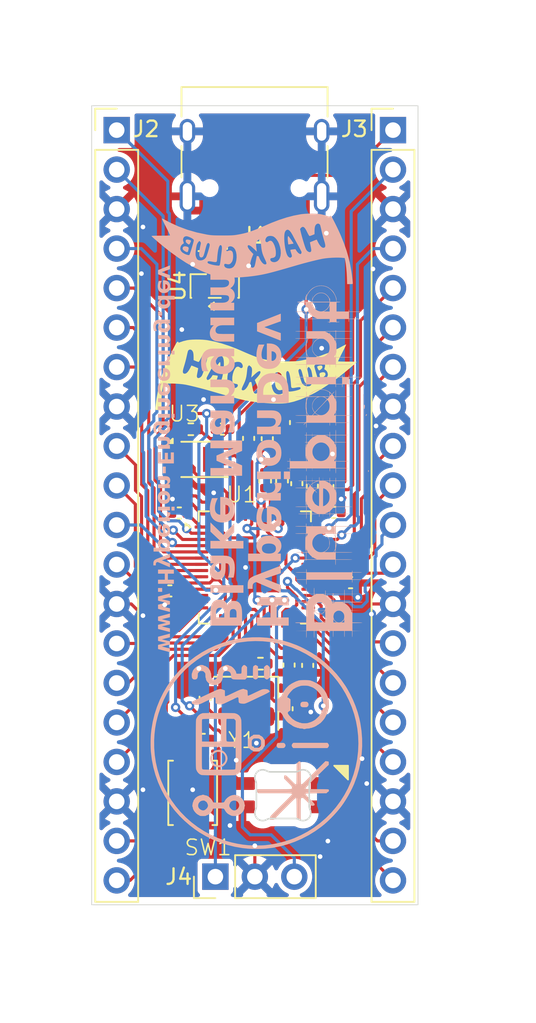
<source format=kicad_pcb>
(kicad_pcb (version 20241229) (generator "pcbnew") (generator_version "9.0")
  (layers (0 "F.Cu" signal) (2 "B.Cu" signal) (13 "F.Paste" user) (15 "B.Paste" user) (5 "F.SilkS" user "F.Silkscreen") (7 "B.SilkS" user "B.Silkscreen") (1 "F.Mask" user) (3 "B.Mask" user) (25 "Edge.Cuts" user))
  (net 0 "")
  (net 1 "GND")
  (net 2 "+3V3")
  (net 3 "+1V1")
  (net 4 "VBUS")
  (net 5 "XIN")
  (net 6 "Net-(C16-Pad2)")
  (net 7 "GPIO25")
  (net 8 "USB_D+")
  (net 9 "USB_D-")
  (net 10 "Net-(J1-CC2)")
  (net 11 "Net-(J1-CC1)")
  (net 12 "GPIO11")
  (net 13 "GPIO3")
  (net 14 "GPIO15")
  (net 15 "GPIO4")
  (net 16 "GPIO14")
  (net 17 "GPIO1")
  (net 18 "GPIO8")
  (net 19 "GPIO7")
  (net 20 "GPIO5")
  (net 21 "GPIO13")
  (net 22 "GPIO10")
  (net 23 "GPIO9")
  (net 24 "GPIO12")
  (net 25 "GPIO0")
  (net 26 "GPIO6")
  (net 27 "GPIO2")
  (net 28 "GPIO21")
  (net 29 "GPIO27_ADC1")
  (net 30 "GPIO18")
  (net 31 "GPIO28_ADC2")
  (net 32 "GPIO20")
  (net 33 "GPIO23")
  (net 34 "GPIO29_ADC3")
  (net 35 "GPIO24")
  (net 36 "GPIO19")
  (net 37 "GPIO26_ADC0")
  (net 38 "GPIO17")
  (net 39 "GPIO22")
  (net 40 "GPIO16")
  (net 41 "RUN")
  (net 42 "SWD")
  (net 43 "SWCLK")
  (net 44 "Net-(U1-USB_DP)")
  (net 45 "Net-(U1-USB_DM)")
  (net 46 "XOUT")
  (net 47 "Net-(R6-Pad1)")
  (net 48 "QSPI_SS")
  (net 49 "QSPI_SD2")
  (net 50 "QSPI_SD1")
  (net 51 "QSPI_SCLK")
  (net 52 "QSPI_SD0")
  (net 53 "QSPI_SD3")
  (footprint "Capacitor_SMD:C_0402_1005Metric" (layer "F.Cu") (at 115 102.5 -90)
    (property "Reference" "C10" (hide yes))
    (property "Value" "1uF")
  )
  (footprint "Capacitor_SMD:C_0402_1005Metric" (layer "F.Cu") (at 116.68 92.66)
    (property "Reference" "C3" (hide yes))
    (property "Value" "0.1uF")
  )
  (footprint "Resistor_SMD:R_0402_1005Metric" (layer "F.Cu") (at 112.26 90.59 -90)
    (property "Reference" "R3" (hide yes))
    (property "Value" "27")
  )
  (footprint "Capacitor_SMD:C_0402_1005Metric" (layer "F.Cu") (at 115.3 90.98 90)
    (property "Reference" "C4" (hide yes))
    (property "Value" "0.1uF")
  )
  (footprint "Crystal:Crystal_SMD_3225-4Pin_3.2x2.5mm" (layer "F.Cu") (at 111.045 104.94 180)
    (property "Reference" "Y1" (hide yes))
    (property "Value" "12 MHz")
  )
  (footprint "Connector_PinHeader_2.54mm:PinHeader_1x20_P2.54mm_Vertical" (layer "F.Cu") (at 120.49 68.07)
    (property "Reference" "J3")
    (property "Value" "Conn_01x20")
  )
  (footprint "Resistor_SMD:R_0402_1005Metric" (layer "F.Cu") (at 108.23 107.28 180)
    (property "Reference" "R6" (hide yes))
    (property "Value" "1K")
  )
  (footprint "Capacitor_SMD:C_0402_1005Metric" (layer "F.Cu") (at 111.2 87.9 90)
    (property "Reference" "C11" (hide yes))
    (property "Value" "0.1uF")
  )
  (footprint "Button_Switch_SMD:SW_Push_SPST_NO_Alps_SKRK" (layer "F.Cu") (at 107.6 110.7 90)
    (property "Reference" "SW1" (hide yes))
    (property "Value" "SW_Push")
  )
  (footprint "Capacitor_SMD:C_0402_1005Metric" (layer "F.Cu") (at 113.5 86.88 90)
    (property "Reference" "C9" (hide yes))
    (property "Value" "0.1uF")
  )
  (footprint "Connector_PinHeader_2.54mm:PinHeader_1x20_P2.54mm_Vertical" (layer "F.Cu") (at 102.71 68.07)
    (property "Reference" "J2")
    (property "Value" "Conn_01x20")
  )
  (footprint "Capacitor_SMD:C_0402_1005Metric" (layer "F.Cu") (at 116.3 91 90)
    (property "Reference" "C1" (hide yes))
    (property "Value" "1uF")
  )
  (footprint "Package_TO_SOT_SMD:SOT-23" (layer "F.Cu") (at 109.02 78.0975 90)
    (property "Reference" "U4")
    (property "Value" "MCP1700x-330xxTT")
  )
  (footprint "Capacitor_SMD:C_0402_1005Metric" (layer "F.Cu") (at 112.4 87.92 90)
    (property "Reference" "C2" (hide yes))
    (property "Value" "0.1uF")
  )
  (footprint "Capacitor_SMD:C_0402_1005Metric" (layer "F.Cu") (at 106.13 97.71 180)
    (property "Reference" "C7" (hide yes))
    (property "Value" "0.1uF")
  )
  (footprint "Capacitor_SMD:C_0402_1005Metric" (layer "F.Cu") (at 106.74 92.7 180)
    (property "Reference" "C6" (hide yes))
    (property "Value" "0.1uF")
  )
  (footprint "Capacitor_SMD:C_0402_1005Metric" (layer "F.Cu") (at 113.67 105.29 90)
    (property "Reference" "C16" (hide yes))
    (property "Value" "33pF")
  )
  (footprint "Capacitor_SMD:C_0402_1005Metric" (layer "F.Cu") (at 117.76 97.18)
    (property "Reference" "C5" (hide yes))
    (property "Value" "0.1uF")
  )
  (footprint "Connector_PinHeader_2.54mm:PinHeader_1x03_P2.54mm_Vertical" (layer "F.Cu") (at 109.06 116.09 90)
    (property "Reference" "J4")
    (property "Value" "Conn_01x03")
  )
  (footprint "Capacitor_SMD:C_0402_1005Metric" (layer "F.Cu") (at 113.8 102.48 -90)
    (property "Reference" "C8" (hide yes))
    (property "Value" "0.1uF")
  )
  (footprint "Capacitor_SMD:C_0402_1005Metric" (layer "F.Cu") (at 114.3 90.81 90)
    (property "Reference" "C12" (hide yes))
    (property "Value" "0.1uF")
  )
  (footprint "Resistor_SMD:R_0402_1005Metric" (layer "F.Cu") (at 111.96 102.39)
    (property "Reference" "R5" (hide yes))
    (property "Value" "1K")
  )
  (footprint "Connector_USB:USB_C_Receptacle_HRO_TYPE-C-31-M-12" (layer "F.Cu") (at 111.58 69.2 180)
    (property "Reference" "J1")
    (property "Value" "USB_C_Receptacle_USB2.0_14P")
  )
  (footprint "Capacitor_SMD:C_0402_1005Metric" (layer "F.Cu") (at 109.52 87.3 180)
    (property "Reference" "C17" (hide yes))
    (property "Value" "0.1uF")
  )
  (footprint "Resistor_SMD:R_0402_1005Metric" (layer "F.Cu") (at 113.06 75.57 -90)
    (property "Reference" "R1" (hide yes))
    (property "Value" "5.1k")
  )
  (footprint "Resistor_SMD:R_0402_1005Metric" (layer "F.Cu") (at 113.35 90.585 -90)
    (property "Reference" "R4" (hide yes))
    (property "Value" "27")
  )
  (footprint "Capacitor_SMD:C_0603_1608Metric" (layer "F.Cu") (at 109 80.9 180)
    (property "Reference" "C14" (hide yes))
    (property "Value" "10uF")
  )
  (footprint "Capacitor_SMD:C_0603_1608Metric" (layer "F.Cu") (at 108.115 75.34 180)
    (property "Reference" "C13" (hide yes))
    (property "Value" "10uF")
  )
  (footprint "Capacitor_SMD:C_0402_1005Metric" (layer "F.Cu") (at 108.4 104.62 -90)
    (property "Reference" "C15" (hide yes))
    (property "Value" "33pF")
  )
  (footprint "Flash:Winbond_USON-8-1EP_3x2mm_P0.5mm_EP0.2x1.6mm" (layer "F.Cu") (at 108.367102 89.25)
    (property "Reference" "U3" (hide yes))
    (property "Value" "W25Q16JVZPIQ TR")
  )
  (footprint "Resistor_SMD:R_0402_1005Metric" (layer "F.Cu") (at 110.19 75.56 -90)
    (property "Reference" "R2" (hide yes))
    (property "Value" "5.1k")
  )
  (footprint "LOGO" (layer "F.Cu") (at 111.7 83.8)
    (property "Reference" "G***" (hide yes))
    (property "Value" "LOGO" (hide yes))
  )
  (footprint "Resistor_SMD:R_0402_1005Metric" (layer "F.Cu") (at 107.48 87.31)
    (property "Reference" "R7" (hide yes))
    (property "Value" "10K")
  )
  (footprint "Package_DFN_QFN:QFN-56-1EP_7x7mm_P0.4mm_EP3.2x3.2mm" (layer "F.Cu") (at 111.6 96.2)
    (property "Reference" "U1" (hide yes))
    (property "Value" "RP2040")
  )
  (footprint "LOGO" (layer "B.Cu") (at 116.194693 89.360117 90)
    (property "Reference" "G***" (hide yes))
    (property "Value" "LOGO" (hide yes))
  )
  (footprint "LOGO" (layer "B.Cu") (at 111.4 75.7 180)
    (property "Reference" "G***" (hide yes))
    (property "Value" "LOGO" (hide yes))
  )
  (footprint "LOGO" (layer "B.Cu") (at 111.7 107.5 180)
    (property "Reference" "G***" (hide yes))
    (property "Value" "LOGO" (hide yes))
  )
  (footprint "Flash:MX_SK6812MINI-E" (layer "B.Cu") (at 113.4 115.929999)
    (property "Reference" "D1" (hide yes))
    (property "Value" "SK6812MINI")
    (fp_line (start -1.699999 -5.782841) (end -1.699999 -4.377157) (stroke (width 0.1)) (layer "Edge.Cuts"))
    (fp_line (start -0.794452 -3.58) (end 0.794453 -3.58) (stroke (width 0.1)) (layer "Edge.Cuts"))
    (fp_line (start 0.794452 -6.579999) (end -0.794452 -6.579999) (stroke (width 0.1)) (layer "Edge.Cuts"))
    (fp_line (start 1.699999 -4.377157) (end 1.699999 -5.782841) (stroke (width 0.1)) (layer "Edge.Cuts"))
    (fp_arc (start -1.749484 -5.999719) (mid -1.712527 -5.894067) (end -1.699999 -5.782842) (stroke (width 0.1)) (layer "Edge.Cuts"))
    (fp_arc (start -1.749484 -5.999719) (mid -1.63807 -6.584033) (end -1.046711 -6.648296) (stroke (width 0.1)) (layer "Edge.Cuts"))
    (fp_arc (start -1.699999 -4.377157) (mid -1.712527 -4.265931) (end -1.749484 -4.160279) (stroke (width 0.1)) (layer "Edge.Cuts"))
    (fp_arc (start -1.046711 -3.5117) (mid -1.638071 -3.575964) (end -1.749484 -4.160279) (stroke (width 0.1)) (layer "Edge.Cuts"))
    (fp_arc (start -1.046711 -3.5117) (mid -0.925123 -3.562623) (end -0.794453 -3.579999) (stroke (width 0.1)) (layer "Edge.Cuts"))
    (fp_arc (start -0.794452 -6.579999) (mid -0.925122 -6.597376) (end -1.04671 -6.648298) (stroke (width 0.1)) (layer "Edge.Cuts"))
    (fp_arc (start 0.794453 -3.58) (mid 0.925123 -3.562623) (end 1.046711 -3.511701) (stroke (width 0.1)) (layer "Edge.Cuts"))
    (fp_arc (start 1.046711 -6.648298) (mid 0.925123 -6.597375) (end 0.794452 -6.579999) (stroke (width 0.1)) (layer "Edge.Cuts"))
    (fp_arc (start 1.046711 -6.648298) (mid 1.638071 -6.584033) (end 1.749484 -5.999718) (stroke (width 0.1)) (layer "Edge.Cuts"))
    (fp_arc (start 1.699999 -5.782841) (mid 1.712527 -5.894067) (end 1.749484 -5.999719) (stroke (width 0.1)) (layer "Edge.Cuts"))
    (fp_arc (start 1.749484 -4.160279) (mid 1.63807 -3.575965) (end 1.046711 -3.511701) (stroke (width 0.1)) (layer "Edge.Cuts"))
    (fp_arc (start 1.749484 -4.160279) (mid 1.712527 -4.265931) (end 1.699999 -4.377156) (stroke (width 0.1)) (layer "Edge.Cuts"))
  )
  (gr_rect (start 101.1 66.5) (end 122.1 117.9) (stroke (width 0.05)) (fill no) (layer "Edge.Cuts"))
  (gr_text "SW1" (at 107 114.8 0) (layer "F.SilkS") (effects (font (size 1 1) (thickness 0.1)) (justify left bottom)))
  (gr_text "Y1" (at 109.8 107.9 0) (layer "F.SilkS") (effects (font (size 1 1) (thickness 0.1)) (justify left bottom)))
  (gr_text "U1" (at 109.7 92.1 0) (layer "F.SilkS") (effects (font (size 1 1) (thickness 0.1)) (justify left bottom)))
  (gr_text "U3" (at 106 86.9 0) (layer "F.SilkS") (effects (font (size 1 1) (thickness 0.1)) (justify left bottom)))
  (gr_text "HyperionDev" (at 111.4 100.2 270) (layer "B.SilkS") (effects (font (size 2 2) (thickness 0.1)) (justify left bottom mirror)))
  (gr_text "Blake Mangum" (at 108.4 100.2 270) (layer "B.SilkS") (effects (font (size 2 2) (thickness 0.1)) (justify left bottom mirror)))
  (gr_text "www.Hyperion-Engineering.dev" (at 105.2 101.7 270) (layer "B.SilkS") (effects (font (size 1 1) (thickness 0.1)) (justify left bottom mirror)))
  (segment (start 106.942102 90) (end 108.342102 91.4) (width 0.2) (layer "F.Cu") (net 1))
  (segment (start 108.45 104.09) (end 108.4 104.14) (width 0.2) (layer "F.Cu") (net 1))
  (segment (start 109.7 86.64) (end 109.04 87.3) (width 0.2) (layer "F.Cu") (net 1))
  (segment (start 105.65 98.45) (end 105.8 98.6) (width 0.2) (layer "F.Cu") (net 1))
  (segment (start 110.47 76.07) (end 111.2 76.8) (width 0.2) (layer "F.Cu") (net 1))
  (segment (start 108.3 85.4) (end 108.626711 85.4) (width 0.2) (layer "F.Cu") (net 1))
  (segment (start 112.8 85.7) (end 113.5 86.4) (width 0.2) (layer "F.Cu") (net 1))
  (segment (start 102.71 73.15) (end 103.86 74.3) (width 0.2) (layer "F.Cu") (net 1))
  (segment (start 110.6 99.6375) (end 110.6 101.73256) (width 0.2) (layer "F.Cu") (net 1))
  (segment (start 113.8 102.96) (end 114.15 102.96) (width 0.2) (layer "F.Cu") (net 1))
  (segment (start 114.83 74.73) (end 114.83 73.245) (width 0.2) (layer "F.Cu") (net 1))
  (segment (start 116.2 74.7) (end 115.8 75.1) (width 0.2) (layer "F.Cu") (net 1))
  (segment (start 118.24 98.11147) (end 118.24 97.18) (width 0.2) (layer "F.Cu") (net 1))
  (segment (start 114.89 103.7) (end 114.89 105.19) (width 0.2) (layer "F.Cu") (net 1))
  (segment (start 109.7 102.63256) (end 110.6 101.73256) (width 0.2) (layer "F.Cu") (net 1))
  (segment (start 102.71 98.55) (end 103.65 98.55) (width 0.2) (layer "F.Cu") (net 1))
  (segment (start 109.7 103.845) (end 109.945 104.09) (width 0.2) (layer "F.Cu") (net 1))
  (segment (start 112.145 105.79) (end 113.65 105.79) (width 0.2) (layer "F.Cu") (net 1))
  (segment (start 103.86 74.3) (end 104.4 74.3) (width 0.2) (layer "F.Cu") (net 1))
  (segment (start 115.8 75.1) (end 115.2 75.1) (width 0.2) (layer "F.Cu") (net 1))
  (segment (start 119.4 86.901) (end 120.451 85.85) (width 0.2) (layer "F.Cu") (net 1))
  (segment (start 106.26 91.84) (end 106.3 91.8) (width 0.2) (layer "F.Cu") (net 1))
  (segment (start 103.65 98.55) (end 104.4 99.3) (width 0.2) (layer "F.Cu") (net 1))
  (segment (start 117.156036 92.656036) (end 117.16 92.66) (width 0.2) (layer "F.Cu") (net 1))
  (segment (start 108.626711 85.4) (end 109.7 86.473289) (width 0.2) (layer "F.Cu") (net 1))
  (segment (start 113.65 105.79) (end 113.67 105.77) (width 0.2) (layer "F.Cu") (net 1))
  (segment (start 114.89 105.19) (end 115.2 105.5) (width 0.2) (layer "F.Cu") (net 1))
  (segment (start 119.4 87.1) (end 119.4 86.901) (width 0.2) (layer "F.Cu") (net 1))
  (segment (start 105.65 97.71) (end 105.65 98.45) (width 0.2) (layer "F.Cu") (net 1))
  (segment (start 118.225735 98.125735) (end 118.65 98.55) (width 0.2) (layer "F.Cu") (net 1))
  (segment (start 118.225735 98.125735) (end 118.24 98.11147) (width 0.2) (layer "F.Cu") (net 1))
  (segment (start 109.945 104.09) (end 108.45 104.09) (width 0.2) (layer "F.Cu") (net 1))
  (segment (start 120.451 85.85) (end 120.49 85.85) (width 0.2) (layer "F.Cu") (net 1))
  (segment (start 109.57 104.465) (end 109.945 104.09) (width 0.2) (layer "F.Cu") (net 1))
  (segment (start 110.19 76.07) (end 110.47 76.07) (width 0.2) (layer "F.Cu") (net 1))
  (segment (start 115.2 75.1) (end 114.83 74.73) (width 0.2) (layer "F.Cu") (net 1))
  (segment (start 117.156036 91.8) (end 117.156036 92.656036) (width 0.2) (layer "F.Cu") (net 1))
  (segment (start 111.6 116.09) (end 111.6 114.1) (width 0.2) (layer "F.Cu") (net 1))
  (segment (start 109.7 102.7) (end 109.7 103.845) (width 0.2) (layer "F.Cu") (net 1))
  (segment (start 118.65 98.55) (end 120.49 98.55) (width 0.2) (layer "F.Cu") (net 1))
  (segment (start 108.342102 91.4) (end 108.951472 91.4) (width 0.2) (layer "F.Cu") (net 1))
  (segment (start 115 102.98) (end 115 103.59) (width 0.2) (layer "F.Cu") (net 1))
  (segment (start 106.26 92.7) (end 106.26 91.84) (width 0.2) (layer "F.Cu") (net 1))
  (segment (start 109.7 86.473289) (end 109.7 86.64) (width 0.2) (layer "F.Cu") (net 1))
  (segment (start 114.15 102.96) (end 114.89 103.7) (width 0.2) (layer "F.Cu") (net 1))
  (segment (start 117.16 91.803964) (end 117.156036 91.8) (width 0.2) (layer "F.Cu") (net 1))
  (segment (start 108 102.7) (end 109.7 102.7) (width 0.2) (layer "F.Cu") (net 1))
  (segment (start 109.7 102.7) (end 109.7 102.63256) (width 0.2) (layer "F.Cu") (net 1))
  (segment (start 115 103.59) (end 114.89 103.7) (width 0.2) (layer "F.Cu") (net 1))
  (segment (start 112.8 85.4) (end 112.8 85.7) (width 0.2) (layer "F.Cu") (net 1))
  (via (at 115.9 82.1) (size 0.6) (drill 0.3) (layers "F.Cu" "B.Cu") (net 1))
  (via (at 112.8 85.4) (size 0.6) (drill 0.3) (layers "F.Cu" "B.Cu") (net 1))
  (via (at 117.156036 91.8) (size 0.6) (drill 0.3) (layers "F.Cu" "B.Cu") (net 1))
  (via (at 118.5 108.5) (size 0.6) (drill 0.3) (layers "F.Cu" "B.Cu") (net 1))
  (via (at 106.3 91.8) (size 0.6) (drill 0.3) (layers "F.Cu" "B.Cu") (net 1))
  (via (at 115.8 114.8) (size 0.6) (drill 0.3) (layers "F.Cu" "B.Cu") (net 1))
  (via (at 116.2 74.7) (size 0.6) (drill 0.3) (layers "F.Cu" "B.Cu") (net 1))
  (via (at 116.3 113.8) (size 0.6) (drill 0.3) (layers "F.Cu" "B.Cu") (net 1))
  (via (at 105.8 98.6) (size 0.6) (drill 0.3) (layers "F.Cu" "B.Cu") (net 1))
  (via (at 104.4 110.5) (size 0.6) (drill 0.3) (layers "F.Cu" "B.Cu") (net 1))
  (via (at 107.6 76.7) (size 0.6) (drill 0.3) (layers "F.Cu" "B.Cu") (net 1))
  (via (at 119.4 87.1) (size 0.6) (drill 0.3) (layers "F.Cu" "B.Cu") (net 1))
  (via (at 111.7 107.5) (size 0.6) (drill 0.3) (layers "F.Cu" "B.Cu") (net 1))
  (via (at 104.4 99.3) (size 0.6) (drill 0.3) (layers "F.Cu" "B.Cu") (net 1))
  (via (at 104.4 74.3) (size 0.6) (drill 0.3) (layers "F.Cu" "B.Cu") (net 1))
  (via (at 119.2 77) (size 0.6) (drill 0.3) (layers "F.Cu" "B.Cu") (net 1))
  (via (at 110.4 108.6) (size 0.6) (drill 0.3) (layers "F.Cu" "B.Cu") (net 1))
  (via (at 108.951472 91.4) (size 0.6) (drill 0.3) (layers "F.Cu" "B.Cu") (net 1))
  (via (at 108.3 85.4) (size 0.6) (drill 0.3) (layers "F.Cu" "B.Cu") (net 1))
  (via (at 106.9 80.9) (size 0.6) (drill 0.3) (layers "F.Cu" "B.Cu") (net 1))
  (via (at 118.8 110.1) (size 0.6) (drill 0.3) (layers "F.Cu" "B.Cu") (net 1))
  (via (at 108 102.7) (size 0.6) (drill 0.3) (layers "F.Cu" "B.Cu") (net 1))
  (via (at 107.6 110.5) (size 0.6) (drill 0.3) (layers "F.Cu" "B.Cu") (net 1))
  (via (at 111 96.2) (size 0.6) (drill 0.3) (layers "F.Cu" "B.Cu") (net 1))
  (via (at 104.3 77.3) (size 0.6) (drill 0.3) (layers "F.Cu" "B.Cu") (net 1))
  (via (at 119.1 99.2) (size 0.6) (drill 0.3) (layers "F.Cu" "B.Cu") (net 1))
  (via (at 110 112.8) (size 0.6) (drill 0.3) (layers "F.Cu" "B.Cu") (net 1))
  (via (at 115.2 105.5) (size 0.6) (drill 0.3) (layers "F.Cu" "B.Cu") (net 1))
  (via (at 116.6 88.9) (size 0.6) (drill 0.3) (layers "F.Cu" "B.Cu") (net 1))
  (via (at 118.225735 98.125735) (size 0.6) (drill 0.3) (layers "F.Cu" "B.Cu") (net 1))
  (via (at 109.7 102.7) (size 0.6) (drill 0.3) (layers "F.Cu" "B.Cu") (net 1))
  (via (at 111.6 114.1) (size 0.6) (drill 0.3) (layers "F.Cu" "B.Cu") (net 1))
  (via (at 111.2 76.8) (size 0.6) (drill 0.3) (layers "F.Cu" "B.Cu") (net 1))
  (segment (start 115.8 82.3) (end 115.8 82.2) (width 0.2) (layer "B.Cu") (net 1))
  (segment (start 104.4 110.5) (end 107.6 110.5) (width 0.2) (layer "B.Cu") (net 1))
  (segment (start 115.8 112.2) (end 115.8 114.8) (width 0.2) (layer "B.Cu") (net 1))
  (segment (start 115.779 93.177036) (end 117.156036 91.8) (width 0.2) (layer "B.Cu") (net 1))
  (segment (start 111 99.335441) (end 111 96.2) (width 0.2) (layer "B.Cu") (net 1))
  (segment (start 116.3 112.6) (end 116.3 113.8) (width 0.2) (layer "B.Cu") (net 1))
  (segment (start 110 112.6) (end 110.1 112.5) (width 0.2) (layer "B.Cu") (net 1))
  (segment (start 109.7 102.7) (end 109.7 105.5) (width 0.2) (layer "B.Cu") (net 1))
  (segment (start 108 102.7) (end 108 102.335441) (width 0.2) (layer "B.Cu") (net 1))
  (segment (start 110.1 108.9) (end 110.4 108.6) (width 0.2) (layer "B.Cu") (net 1))
  (segment (start 120.49 98.55) (end 120.49 98.79) (width 0.2) (layer "B.Cu") (net 1))
  (segment (start 120.49 98.55) (end 120.49 98.31) (width 0.2) (layer "B.Cu") (net 1))
  (segment (start 115.8 82.2) (end 115.9 82.1) (width 0.2) (layer "B.Cu") (net 1))
  (segment (start 116.6 88.9) (end 117.16 89.46) (width 0.2) (layer "B.Cu") (net 1))
  (segment (start 120.49 98.55) (end 120.55 98.55) (width 0.2) (layer "B.Cu") (net 1))
  (segment (start 117.16 89.46) (end 117.16 91.796036) (width 0.2) (layer "B.Cu") (net 1))
  (segment (start 118.8 110.1) (end 116.3 112.6) (width 0.2) (layer "B.Cu") (net 1))
  (segment (start 115.779 95.679) (end 115.779 93.177036) (width 0.2) (layer "B.Cu") (net 1))
  (segment (start 117 107.3) (end 117 111) (width 0.2) (layer "B.Cu") (net 1))
  (segment (start 120.49 98.51) (end 121 98) (width 0.2) (layer "B.Cu") (net 1))
  (segment (start 110.1 112.5) (end 110.1 108.9) (width 0.2) (layer "B.Cu") (net 1))
  (segment (start 109.7 105.5) (end 111.7 107.5) (width 0.2) (layer "B.Cu") (net 1))
  (segment (start 115.8 82.4) (end 115.8 82.3) (width 0.2) (layer "B.Cu") (net 1))
  (segment (start 110 112.8) (end 110 112.6) (width 0.2) (layer "B.Cu") (net 1))
  (segment (start 108 102.335441) (end 111 99.335441) (width 0.2) (layer "B.Cu") (net 1))
  (segment (start 118.225735 98.125735) (end 115.779 95.679) (width 0.2) (layer "B.Cu") (net 1))
  (segment (start 117 111) (end 115.8 112.2) (width 0.2) (layer "B.Cu") (net 1))
  (segment (start 117.16 91.796036) (end 117.156036 91.8) (width 0.2) (layer "B.Cu") (net 1))
  (segment (start 115.2 105.5) (end 117 107.3) (width 0.2) (layer "B.Cu") (net 1))
  (segment (start 112.8 85.4) (end 115.8 82.4) (width 0.2) (layer "B.Cu") (net 1))
  (segment (start 110.589 88.2) (end 110.589 86.411) (width 0.2) (layer "F.Cu") (net 2))
  (segment (start 109.699 97.422577) (end 109.276423 97) (width 0.2) (layer "F.Cu") (net 2))
  (segment (start 108.1625 97.2) (end 107.12 97.2) (width 0.2) (layer "F.Cu") (net 2))
  (segment (start 108.50245 87.7) (end 108.4 87.7) (width 0.2) (layer "F.Cu") (net 2))
  (segment (start 116.58 91.2) (end 116.3 91.48) (width 0.2) (layer "F.Cu") (net 2))
  (segment (start 108.4 87.7) (end 108.01 87.31) (width 0.2) (layer "F.Cu") (net 2))
  (segment (start 112.2 92.7625) (end 112.2 93.297774) (width 0.2) (layer "F.Cu") (net 2))
  (segment (start 117.9 90.9) (end 117.6 91.2) (width 0.2) (layer "F.Cu") (net 2))
  (segment (start 111.8 100.67) (end 113.13 102) (width 0.2) (layer "F.Cu") (net 2))
  (segment (start 109.276423 97) (end 108.9 97) (width 0.2) (layer "F.Cu") (net 2))
  (segment (start 109.97 80.81) (end 109.85 80.93) (width 0.2) (layer "F.Cu") (net 2))
  (segment (start 108.9 94.7) (end 109.6 94) (width 0.2) (layer "F.Cu") (net 2))
  (segment (start 110.289 88.5) (end 110.589 88.2) (width 0.2) (layer "F.Cu") (net 2))
  (segment (start 115.0375 93.6) (end 115.26 93.6) (width 0.2) (layer "F.Cu") (net 2))
  (segment (start 115.26 93.6) (end 116.2 92.66) (width 0.2) (layer "F.Cu") (net 2))
  (segment (start 115.3 91.6625) (end 114.2 92.7625) (width 0.2) (layer "F.Cu") (net 2))
  (segment (start 107.12 97.2) (end 106.61 97.71) (width 0.2) (layer "F.Cu") (net 2))
  (segment (start 113.894 87.36) (end 113.5 87.36) (width 0.2) (layer "F.Cu") (net 2))
  (segment (start 117.6 91.2) (end 116.58 91.2) (width 0.2) (layer "F.Cu") (net 2))
  (segment (start 112.2 92.7625) (end 112.2 92.069852) (width 0.2) (layer "F.Cu") (net 2))
  (segment (start 112.5 83.6) (end 114.474 85.574) (width 0.2) (layer "F.Cu") (net 2))
  (segment (start 113.599 95.999) (end 114.3 96.7) (width 0.2) (layer "F.Cu") (net 2))
  (segment (start 120.49 78.23) (end 118.4 80.32) (width 0.2) (layer "F.Cu") (net 2))
  (segment (start 111.8 92.069852) (end 112 91.869852) (width 0.2) (layer "F.Cu") (net 2))
  (segment (start 112.2 93.297774) (end 112.402226 93.5) (width 0.2) (layer "F.Cu") (net 2))
  (segment (start 111.601 94.299) (end 109.899 94.299) (width 0.2) (layer "F.Cu") (net 2))
  (segment (start 108.7 97.2) (end 108.9 97) (width 0.2) (layer "F.Cu") (net 2))
  (segment (start 114.3 97) (end 114.5 97.2) (width 0.2) (layer "F.Cu") (net 2))
  (segment (start 110.589 86.411) (end 112.5 84.5) (width 0.2) (layer "F.Cu") (net 2))
  (segment (start 115.3 91.46) (end 115.3 91.6625) (width 0.2) (layer "F.Cu") (net 2))
  (segment (start 112.402226 93.5) (end 112.402226 93.902226) (width 0.2) (layer "F.Cu") (net 2))
  (segment (start 109.97 79.035) (end 109.97 80.81) (width 0.2) (layer "F.Cu") (net 2))
  (segment (start 109.85 80.93) (end 109.85 80.95) (width 0.2) (layer "F.Cu") (net 2))
  (segment (start 108.9 97) (end 108.9 94.7) (width 0.2) (layer "F.Cu") (net 2))
  (segment (start 109.2 93.6) (end 108.1625 93.6) (width 0.2) (layer "F.Cu") (net 2))
  (segment (start 112.2 92.7625) (end 111.8 92.7625) (width 0.2) (layer "F.Cu") (net 2))
  (segment (start 112 88.8) (end 112.4 88.4) (width 0.2) (layer "F.Cu") (net 2))
  (segment (start 113.497 94.299) (end 113.599 94.401) (width 0.2) (layer "F.Cu") (net 2))
  (segment (start 112 89.25) (end 112 88.8) (width 0.2) (layer "F.Cu") (net 2))
  (segment (start 117.26 97.2) (end 117.28 97.18) (width 0.2) (layer "F.Cu") (net 2))
  (segment (start 116.3 91.48) (end 115.32 91.48) (width 0.2) (layer "F.Cu") (net 2))
  (segment (start 109.899 94.299) (end 109.6 94) (width 0.2) (layer "F.Cu") (net 2))
  (segment (start 118.4 83.9229) (end 117.899 84.4239) (width 0.2) (layer "F.Cu") (net 2))
  (segment (start 111.8 99.6375) (end 111.8 99.1) (width 0.2) (layer "F.Cu") (net 2))
  (segment (start 112.2 92.069852) (end 112 91.869852) (width 0.2) (layer "F.Cu") (net 2))
  (segment (start 109.85 80.95) (end 112.5 83.6) (width 0.2) (layer "F.Cu") (net 2))
  (segment (start 108.1625 93.6) (end 107.92 93.6) (width 0.2) (layer "F.Cu") (net 2))
  (segment (start 111.8 99.1) (end 111.6 98.9) (width 0.2) (layer "F.Cu") (net 2))
  (segment (start 112.5 84.5) (end 112.5 83.6) (width 0.2) (layer "F.Cu") (net 2))
  (segment (start 109.6 94) (end 109.2 93.6) (width 0.2) (layer "F.Cu") (net 2))
  (segment (start 110 87.3) (end 109.6 87.7) (width 0.2) (layer "F.Cu") (net 2))
  (segment (start 114.5 97.2) (end 115.0375 97.2) (width 0.2) (layer "F.Cu") (net 2))
  (segment (start 110 87.3) (end 110 88.292102) (width 0.2) (layer "F.Cu") (net 2))
  (segment (start 117.9 90.8) (end 117.9 90.9) (width 0.2) (layer "F.Cu") (net 2))
  (segment (start 108.01 87.31) (end 107.99 87.31) (width 0.2) (layer "F.Cu") (net 2))
  (segment (start 113.44 87.36) (end 112.4 88.4) (width 0.2) (layer "F.Cu") (net 2))
  (segment (start 115.0375 97.2) (end 117.26 97.2) (width 0.2) (layer "F.Cu") (net 2))
  (segment (start 109.699 98.699) (end 109.699 97.422577) (width 0.2) (layer "F.Cu") (net 2))
  (segment (start 110 88.292102) (end 109.792102 88.5) (width 0.2) (layer "F.Cu") (net 2))
  (segment (start 116.2 91.58) (end 116.3 91.48) (width 0.2) (layer "F.Cu") (net 2))
  (segment (start 108.71345 87.911) (end 108.50245 87.7) (width 0.2) (layer "F.Cu") (net 2))
  (segment (start 109.792102 88.5) (end 110.289 88.5) (width 0.2) (layer "F.Cu") (net 2))
  (segment (start 109.9 98.9) (end 109.699 98.699) (width 0.2) (layer "F.Cu") (net 2))
  (segment (start 112.402226 93.902226) (end 112.799 94.299) (width 0.2) (layer "F.Cu") (net 2))
  (segment (start 108.12 93.6) (end 107.22 92.7) (width 0.2) (layer "F.Cu") (net 2))
  (segment (start 111.8 94.1) (end 111.601 94.299) (width 0.2) (layer "F.Cu") (net 2))
  (segment (start 114.4 93.6) (end 115.0375 93.6) (width 0.2) (layer "F.Cu") (net 2))
  (segment (start 111.8 92.7625) (end 111.8 94.1) (width 0.2) (layer "F.Cu") (net 2))
  (segment (start 114.3 96.7) (end 114.3 97) (width 0.2) (layer "F.Cu") (net 2))
  (segment (start 113.599 94.401) (end 114.4 93.6) (width 0.2) (layer "F.Cu") (net 2))
  (segment (start 112.799 94.299) (end 113.497 94.299) (width 0.2) (layer "F.Cu") (net 2))
  (segment (start 113.13 102) (end 113.8 102) (width 0.2) (layer "F.Cu") (net 2))
  (segment (start 115.32 91.48) (end 115.3 91.46) (width 0.2) (layer "F.Cu") (net 2))
  (segment (start 114.474 86.78) (end 113.894 87.36) (width 0.2) (layer "F.Cu") (net 2))
  (segment (start 111.8 92.7625) (end 111.8 92.069852) (width 0.2) (layer "F.Cu") (net 2))
  (segment (start 113.599 94.5) (end 113.599 95.999) (width 0.2) (layer "F.Cu") (net 2))
  (segment (start 109.57755 87.7) (end 109.36655 87.911) (width 0.2) (layer "F.Cu") (net 2))
  (segment (start 111.8 99.6375) (end 111.8 100.67) (width 0.2) (layer "F.Cu") (net 2))
  (segment (start 108.1625 93.6) (end 108.12 93.6) (width 0.2) (layer "F.Cu") (net 2))
  (segment (start 114.2 92.7625) (end 113.8 92.7625) (width 0.2) (layer "F.Cu") (net 2))
  (segment (start 111.6 98.9) (end 109.9 98.9) (width 0.2) (layer "F.Cu") (net 2))
  (segment (start 116.2 92.66) (end 116.2 91.58) (width 0.2) (layer "F.Cu") (net 2))
  (segment (start 109.6 87.7) (end 109.57755 87.7) (width 0.2) (layer "F.Cu") (net 2))
  (segment (start 113.599 94.5) (end 113.599 94.401) (width 0.2) (layer "F.Cu") (net 2))
  (segment (start 117.899 84.4239) (end 117.899 90.799) (width 0.2) (layer "F.Cu") (net 2))
  (segment (start 118.4 80.32) (end 118.4 83.9229) (width 0.2) (layer "F.Cu") (net 2))
  (segment (start 114.474 85.574) (end 114.474 86.78) (width 0.2) (layer "F.Cu") (net 2))
  (segment (start 109.395 80.93) (end 109.85 80.93) (width 0.2) (layer "F.Cu") (net 2))
  (segment (start 117.899 90.799) (end 117.9 90.8) (width 0.2) (layer "F.Cu") (net 2))
  (segment (start 109.36655 87.911) (end 108.71345 87.911) (width 0.2) (layer "F.Cu") (net 2))
  (segment (start 108.1625 97.2) (end 108.7 97.2) (width 0.2) (layer "F.Cu") (net 2))
  (segment (start 113.5 87.36) (end 113.44 87.36) (width 0.2) (layer "F.Cu") (net 2))
  (via (at 112 91.869852) (size 0.6) (drill 0.3) (layers "F.Cu" "B.Cu") (net 2))
  (via (at 112 89.25) (size 0.6) (drill 0.3) (layers "F.Cu" "B.Cu") (net 2))
  (segment (start 111.74 89.51) (end 112 89.25) (width 0.2) (layer "B.Cu") (net 2))
  (segment (start 111.74 91.609852) (end 111.74 89.51) (width 0.2) (layer "B.Cu") (net 2))
  (segment (start 112 91.869852) (end 111.74 91.609852) (width 0.2) (layer "B.Cu") (net 2))
  (segment (start 113.4 92.7625) (end 113.4 93.399214) (width 0.2) (layer "F.Cu") (net 3))
  (segment (start 111.654011 98.2) (end 111.6 98.2) (width 0.2) (layer "F.Cu") (net 3))
  (segment (start 111.4 89.4) (end 111.4 92.7625) (width 0.2) (layer "F.Cu") (net 3))
  (segment (start 113.3 101.4) (end 114.38 101.4) (width 0.2) (layer "F.Cu") (net 3))
  (segment (start 112.2 98.7) (end 112.2 99.6375) (width 0.2) (layer "F.Cu") (net 3))
  (segment (start 111.4 92.7625) (end 111.4 93.399) (width 0.2) (layer "F.Cu") (net 3))
  (segment (start 113.4 93.399214) (end 113.101376 93.697838) (width 0.2) (layer "F.Cu") (net 3))
  (segment (start 114.38 101.4) (end 115 102.02) (width 0.2) (layer "F.Cu") (net 3))
  (segment (start 112.2 99.6375) (end 112.2 100.3) (width 0.2) (layer "F.Cu") (net 3))
  (segment (start 111.2 89.2) (end 111.4 89.4) (width 0.2) (layer "F.Cu") (net 3))
  (segment (start 113.4 92.19) (end 114.3 91.29) (width 0.2) (layer "F.Cu") (net 3))
  (segment (start 112.2 100.3) (end 113.3 101.4) (width 0.2) (layer "F.Cu") (net 3))
  (segment (start 113.4 92.7625) (end 113.4 92.19) (width 0.2) (layer "F.Cu") (net 3))
  (segment (start 111.754011 98.3) (end 111.654011 98.2) (width 0.2) (layer "F.Cu") (net 3))
  (segment (start 111.4 93.399) (end 111.1 93.699) (width 0.2) (layer "F.Cu") (net 3))
  (segment (start 111.754011 98.3) (end 111.8 98.3) (width 0.2) (layer "F.Cu") (net 3))
  (segment (start 111.8 98.3) (end 112.2 98.7) (width 0.2) (layer "F.Cu") (net 3))
  (segment (start 111.2 88.38) (end 111.2 89.2) (width 0.2) (layer "F.Cu") (net 3))
  (via (at 111.754011 98.3) (size 0.6) (drill 0.3) (layers "F.Cu" "B.Cu") (net 3))
  (via (at 111.1 93.699) (size 0.6) (drill 0.3) (layers "F.Cu" "B.Cu") (net 3))
  (via (at 113.101376 93.697838) (size 0.6) (drill 0.3) (layers "F.Cu" "B.Cu") (net 3))
  (segment (start 111.754011 98.3) (end 111.6 98.145989) (width 0.2) (layer "B.Cu") (net 3))
  (segment (start 111.6 98.145989) (end 111.6 94.199) (width 0.2) (layer "B.Cu") (net 3))
  (segment (start 111.6 94.199) (end 111.1 93.699) (width 0.2) (layer "B.Cu") (net 3))
  (segment (start 111.101162 93.697838) (end 111.1 93.699) (width 0.2) (layer "B.Cu") (net 3))
  (segment (start 113.101376 93.697838) (end 111.101162 93.697838) (width 0.2) (layer "B.Cu") (net 3))
  (segment (start 109.13 75.1) (end 109.13 73.245) (width 0.2) (layer "F.Cu") (net 4))
  (segment (start 109.02 75.47) (end 108.89 75.34) (width 0.2) (layer "F.Cu") (net 4))
  (segment (start 109.8 109.1125) (end 110.7875 110.1) (width 0.2) (layer "F.Cu") (net 4))
  (segment (start 109.13 73.245) (end 109.13 72.32) (width 0.2) (layer "F.Cu") (net 4))
  (segment (start 107.4 105.1) (end 108.959 106.659) (width 0.2) (layer "F.Cu") (net 4))
  (segment (start 109.259 106.659) (end 109.8 107.2) (width 0.2) (layer "F.Cu") (net 4))
  (segment (start 108.89 75.34) (end 108.435 75.34) (width 0.2) (layer "F.Cu") (net 4))
  (segment (start 113.528 71.772) (end 114.321 70.979) (width 0.2) (layer "F.Cu") (net 4))
  (segment (start 108.89 75.34) (end 109.13 75.1) (width 0.2) (layer "F.Cu") (net 4))
  (segment (start 109.8 107.2) (end 109.8 109.1125) (width 0.2) (layer "F.Cu") (net 4))
  (segment (start 113.528 71.818) (end 113.528 71.772) (width 0.2) (layer "F.Cu") (net 4))
  (segment (start 109.632 71.818) (end 113.528 71.818) (width 0.2) (layer "F.Cu") (net 4))
  (segment (start 114.03 74.83) (end 114.9 75.7) (width 0.2) (layer "F.Cu") (net 4))
  (segment (start 114.9 75.7) (end 114.9 79.6) (width 0.2) (layer "F.Cu") (net 4))
  (segment (start 114.03 72.32) (end 114.03 73.245) (width 0.2) (layer "F.Cu") (net 4))
  (segment (start 109.02 77.16) (end 109.02 75.47) (width 0.2) (layer "F.Cu") (net 4))
  (segment (start 113.528 71.818) (end 114.03 72.32) (width 0.2) (layer "F.Cu") (net 4))
  (segment (start 117.581 70.979) (end 120.49 68.07) (width 0.2) (layer "F.Cu") (net 4))
  (segment (start 114.03 73.245) (end 114.03 74.83) (width 0.2) (layer "F.Cu") (net 4))
  (segment (start 109.13 72.32) (end 109.632 71.818) (width 0.2) (layer "F.Cu") (net 4))
  (segment (start 108.959 106.659) (end 109.259 106.659) (width 0.2) (layer "F.Cu") (net 4))
  (segment (start 114.321 70.979) (end 117.581 70.979) (width 0.2) (layer "F.Cu") (net 4))
  (via (at 114.9 79.6) (size 0.6) (drill 0.3) (layers "F.Cu" "B.Cu") (net 4))
  (via (at 107.4 105.1) (size 0.6) (drill 0.3) (layers "F.Cu" "B.Cu") (net 4))
  (segment (start 114.9 79.6) (end 114.9 81.7) (width 0.2) (layer "B.Cu") (net 4))
  (segment (start 110.087909 97.270866) (end 110.087909 98.074472) (width 0.2) (layer "B.Cu") (net 4))
  (segment (start 110 88.599) (end 110.001 88.6) (width 0.2) (layer "B.Cu") (net 4))
  (segment (start 106.924971 104.775028) (end 107.249942 105.1) (width 0.2) (layer "B.Cu") (net 4))
  (segment (start 106.924971 101.23741) (end 106.924971 104.775028) (width 0.2) (layer "B.Cu") (net 4))
  (segment (start 110.001 97.183957) (end 110.087909 97.270866) (width 0.2) (layer "B.Cu") (net 4))
  (segment (start 114.9 81.7) (end 110.6 86) (width 0.2) (layer "B.Cu") (net 4))
  (segment (start 110.087909 98.074472) (end 106.924971 101.23741) (width 0.2) (layer "B.Cu") (net 4))
  (segment (start 110.001 88.6) (end 110.001 97.183957) (width 0.2) (layer "B.Cu") (net 4))
  (segment (start 110.6 86.7) (end 110 87.3) (width 0.2) (layer "B.Cu") (net 4))
  (segment (start 107.249942 105.1) (end 107.4 105.1) (width 0.2) (layer "B.Cu") (net 4))
  (segment (start 110 87.3) (end 110 88.599) (width 0.2) (layer "B.Cu") (net 4))
  (segment (start 110.6 86) (end 110.6 86.7) (width 0.2) (layer "B.Cu") (net 4))
  (segment (start 110.946 103.50484) (end 110.946 104.789) (width 0.2) (layer "F.Cu") (net 5))
  (segment (start 110.946 104.789) (end 109.945 105.79) (width 0.2) (layer "F.Cu") (net 5))
  (segment (start 111 101.89966) (end 110.63016 102.2695) (width 0.2) (layer "F.Cu") (net 5))
  (segment (start 109.58 105.425) (end 109.945 105.79) (width 0.2) (layer "F.Cu") (net 5))
  (segment (start 111 99.6375) (end 111 101.89966) (width 0.2) (layer "F.Cu") (net 5))
  (segment (start 109.945 105.79) (end 109.09 105.79) (width 0.2) (layer "F.Cu") (net 5))
  (segment (start 110.63016 102.2695) (end 110.63016 103.189) (width 0.2) (layer "F.Cu") (net 5))
  (segment (start 110.63016 103.189) (end 110.946 103.50484) (width 0.2) (layer "F.Cu") (net 5))
  (segment (start 109.09 105.79) (end 108.4 105.1) (width 0.2) (layer "F.Cu") (net 5))
  (segment (start 111.45 103.395) (end 112.145 104.09) (width 0.2) (layer "F.Cu") (net 6))
  (segment (start 111.45 102.39) (end 111.45 103.395) (width 0.2) (layer "F.Cu") (net 6))
  (segment (start 113.67 104.81) (end 112.865 104.81) (width 0.2) (layer "F.Cu") (net 6))
  (segment (start 112.865 104.81) (end 112.145 104.09) (width 0.2) (layer "F.Cu") (net 6))
  (segment (start 115.0375 95.6) (end 114.2 95.6) (width 0.2) (layer "F.Cu") (net 7))
  (segment (start 116 105.1) (end 116 107.405) (width 0.2) (layer "F.Cu") (net 7))
  (segment (start 115.9875 107.4175) (end 115.9875 110.1) (width 0.2) (layer "F.Cu") (net 7))
  (segment (start 116 107.405) (end 115.9875 107.4175) (width 0.2) (layer "F.Cu") (net 7))
  (via (at 116 105.1) (size 0.6) (drill 0.3) (layers "F.Cu" "B.Cu") (net 7))
  (via (at 114.2 95.6) (size 0.6) (drill 0.3) (layers "F.Cu" "B.Cu") (net 7))
  (segment (start 114.050718 98) (end 113.755542 97.704824) (width 0.2) (layer "B.Cu") (net 7))
  (segment (start 114.1 98) (end 114.050718 98) (width 0.2) (layer "B.Cu") (net 7))
  (segment (start 116 105.1) (end 116 99.9) (width 0.2) (layer "B.Cu") (net 7))
  (segment (start 113.404824 97.704824) (end 113.4 97.7) (width 0.2) (layer "B.Cu") (net 7))
  (segment (start 113.1 97.6) (end 113.1 96.7) (width 0.2) (layer "B.Cu") (net 7))
  (segment (start 116 99.9) (end 114.1 98) (width 0.2) (layer "B.Cu") (net 7))
  (segment (start 113.755542 97.704824) (end 113.404824 97.704824) (width 0.2) (layer "B.Cu") (net 7))
  (segment (start 113.4 97.7) (end 113.2 97.7) (width 0.2) (layer "B.Cu") (net 7))
  (segment (start 113.1 96.7) (end 114.2 95.6) (width 0.2) (layer "B.Cu") (net 7))
  (segment (start 113.2 97.7) (end 113.1 97.6) (width 0.2) (layer "B.Cu") (net 7))
  (segment (start 111.85 74.222) (end 111.801 74.271) (width 0.2) (layer "F.Cu") (net 8))
  (segment (start 114.875 87.225) (end 112.3 89.8) (width 0.2) (layer "F.Cu") (net 8))
  (segment (start 112.3 90.04) (end 112.26 90.08) (width 0.2) (layer "F.Cu") (net 8))
  (segment (start 111.85 74.332501) (end 111.875 74.357501) (width 0.2) (layer "F.Cu") (net 8))
  (segment (start 111.875 74.357501) (end 111.875 82.395) (width 0.2) (layer "F.Cu") (net 8))
  (segment (start 112.3 89.8) (end 112.3 90.04) (width 0.2) (layer "F.Cu") (net 8))
  (segment (start 110.899 74.271) (end 110.85 74.222) (width 0.2) (layer "F.Cu") (net 8))
  (segment (start 114.875 85.395) (end 114.875 87.225) (width 0.2) (layer "F.Cu") (net 8))
  (segment (start 110.85 74.222) (end 110.85 73.245) (width 0.2) (layer "F.Cu") (net 8))
  (segment (start 111.801 74.271) (end 110.899 74.271) (width 0.2) (layer "F.Cu") (net 8))
  (segment (start 111.875 82.395) (end 114.875 85.395) (width 0.2) (layer "F.Cu") (net 8))
  (segment (start 112.26 90.28) (end 112.26 90.23) (width 0.2) (layer "F.Cu") (net 8))
  (segment (start 111.85 73.245) (end 111.85 74.222) (width 0.2) (layer "F.Cu") (net 8))
  (segment (start 111.85 73.245) (end 111.85 74.332501) (width 0.2) (layer "F.Cu") (net 8))
  (segment (start 113.35 90.28) (end 113.35 90.23) (width 0.2) (layer "F.Cu") (net 9))
  (segment (start 111.35 73.245) (end 111.35 72.268) (width 0.2) (layer "F.Cu") (net 9))
  (segment (start 111.399 72.219) (end 112.219 72.219) (width 0.2) (layer "F.Cu") (net 9))
  (segment (start 112.375 82.255) (end 115.41 85.29) (width 0.2) (layer "F.Cu") (net 9))
  (segment (start 115.41 87.336397) (end 113.35 89.396397) (width 0.2) (layer "F.Cu") (net 9))
  (segment (start 113.35 89.396397) (end 113.35 90.075) (width 0.2) (layer "F.Cu") (net 9))
  (segment (start 112.375 74.425) (end 112.375 82.255) (width 0.2) (layer "F.Cu") (net 9))
  (segment (start 112.35 72.35) (end 112.35 73.245) (width 0.2) (layer "F.Cu") (net 9))
  (segment (start 111.35 72.268) (end 111.399 72.219) (width 0.2) (layer "F.Cu") (net 9))
  (segment (start 112.219 72.219) (end 112.35 72.35) (width 0.2) (layer "F.Cu") (net 9))
  (segment (start 115.41 85.29) (end 115.41 87.336397) (width 0.2) (layer "F.Cu") (net 9))
  (segment (start 112.325 74.375) (end 112.375 74.425) (width 0.2) (layer "F.Cu") (net 9))
  (segment (start 112.35 74.332501) (end 112.35 73.245) (width 0.2) (layer "F.Cu") (net 9))
  (segment (start 109.85 73.245) (end 109.85 74.71) (width 0.2) (layer "F.Cu") (net 10))
  (segment (start 110.19 75.05) (end 110.26 75.05) (width 0.2) (layer "F.Cu") (net 10))
  (segment (start 109.85 73.245) (end 109.85 73.9) (width 0.2) (layer "F.Cu") (net 10))
  (segment (start 110.26 75.05) (end 110.29 75.08) (width 0.2) (layer "F.Cu") (net 10))
  (segment (start 109.85 73.9) (end 109.88 73.93) (width 0.2) (layer "F.Cu") (net 10))
  (segment (start 109.85 74.71) (end 110.19 75.05) (width 0.2) (layer "F.Cu") (net 10))
  (segment (start 112.85 73.245) (end 112.85 74.85) (width 0.2) (layer "F.Cu") (net 11))
  (segment (start 112.85 74.85) (end 113.06 75.06) (width 0.2) (layer "F.Cu") (net 11))
  (segment (start 105.4139 100.259) (end 104.269 101.4039) (width 0.2) (layer "F.Cu") (net 12))
  (segment (start 106.7035 100.259) (end 105.4139 100.259) (width 0.2) (layer "F.Cu") (net 12))
  (segment (start 104.269 101.4039) (end 104.269 102.831) (width 0.2) (layer "F.Cu") (net 12))
  (segment (start 104.269 102.831) (end 103.47 103.63) (width 0.2) (layer "F.Cu") (net 12))
  (segment (start 108.1625 98.8) (end 106.7035 100.259) (width 0.2) (layer "F.Cu") (net 12))
  (segment (start 103.47 103.63) (end 102.71 103.63) (width 0.2) (layer "F.Cu") (net 12))
  (segment (start 105.17405 88.398943) (end 105.17405 87.901057) (width 0.2) (layer "F.Cu") (net 13))
  (segment (start 105.73 95.2) (end 105.53 95) (width 0.2) (layer "F.Cu") (net 13))
  (segment (start 108.1625 95.2) (end 105.73 95.2) (width 0.2) (layer "F.Cu") (net 13))
  (segment (start 105.17405 87.901057) (end 105.37405 87.701057) (width 0.2) (layer "F.Cu") (net 13))
  (segment (start 105.37405 87.59885) (end 105.7 87.2729) (width 0.2) (layer "F.Cu") (net 13))
  (segment (start 105.7 80.1) (end 103.83 78.23) (width 0.2) (layer "F.Cu") (net 13))
  (segment (start 105.7 87.2729) (end 105.7 80.1) (width 0.2) (layer "F.Cu") (net 13))
  (segment (start 105.53 90.9448) (end 105.17505 90.58985) (width 0.2) (layer "F.Cu") (net 13))
  (segment (start 103.83 78.23) (end 102.71 78.23) (width 0.2) (layer "F.Cu") (net 13))
  (segment (start 105.37405 87.701057) (end 105.37405 87.59885) (width 0.2) (layer "F.Cu") (net 13))
  (segment (start 105.17505 88.399943) (end 105.17405 88.398943) (width 0.2) (layer "F.Cu") (net 13))
  (segment (start 105.53 95) (end 105.53 90.9448) (width 0.2) (layer "F.Cu") (net 13))
  (segment (start 105.17505 90.58985) (end 105.17505 88.399943) (width 0.2) (layer "F.Cu") (net 13))
  (segment (start 105.9 105.449943) (end 105.899 105.448943) (width 0.2) (layer "F.Cu") (net 14))
  (segment (start 105.9 106.7) (end 105.9 105.449943) (width 0.2) (layer "F.Cu") (net 14))
  (segment (start 105.899 104.951057) (end 106 104.850057) (width 0.2) (layer "F.Cu") (net 14))
  (segment (start 105.899 105.448943) (end 105.899 104.951057) (width 0.2) (layer "F.Cu") (net 14))
  (segment (start 103.57 116.33) (end 105.5 114.4) (width 0.2) (layer "F.Cu") (net 14))
  (segment (start 105.5 107.1) (end 105.9 106.7) (width 0.2) (layer "F.Cu") (net 14))
  (segment (start 106 102.23) (end 106.367 101.863) (width 0.2) (layer "F.Cu") (net 14))
  (segment (start 106 104.850057) (end 106 102.23) (width 0.2) (layer "F.Cu") (net 14))
  (segment (start 109.2712 101.863) (end 110.2 100.9342) (width 0.2) (layer "F.Cu") (net 14))
  (segment (start 105.5 114.4) (end 105.5 107.1) (width 0.2) (layer "F.Cu") (net 14))
  (segment (start 110.2 100.9342) (end 110.2 99.6375) (width 0.2) (layer "F.Cu") (net 14))
  (segment (start 102.71 116.33) (end 103.57 116.33) (width 0.2) (layer "F.Cu") (net 14))
  (segment (start 106.367 101.863) (end 109.2712 101.863) (width 0.2) (layer "F.Cu") (net 14))
  (segment (start 104.77405 90.75595) (end 104.77405 81.77405) (width 0.2) (layer "F.Cu") (net 15))
  (segment (start 103.77 80.77) (end 102.71 80.77) (width 0.2) (layer "F.Cu") (net 15))
  (segment (start 105.113 95.383) (end 105.113 91.0949) (width 0.2) (layer "F.Cu") (net 15))
  (segment (start 105.113 91.0949) (end 104.77405 90.75595) (width 0.2) (layer "F.Cu") (net 15))
  (segment (start 108.1625 95.6) (end 105.33 95.6) (width 0.2) (layer "F.Cu") (net 15))
  (segment (start 105.33 95.6) (end 105.113 95.383) (width 0.2) (layer "F.Cu") (net 15))
  (segment (start 104.77405 81.77405) (end 103.77 80.77) (width 0.2) (layer "F.Cu") (net 15))
  (segment (start 105.479 102.021) (end 106.038 101.462) (width 0.2) (layer "F.Cu") (net 16))
  (segment (start 109.8 100.7671) (end 109.1051 101.462) (width 0.2) (layer "F.Cu") (net 16))
  (segment (start 109.1051 101.462) (end 106.07 101.462) (width 0.2) (layer "F.Cu") (net 16))
  (segment (start 105.472 106.5151) (end 105.1 106.8871) (width 0.2) (layer "F.Cu") (net 16))
  (segment (start 109.8 99.6375) (end 109.8 100.7671) (width 0.2) (layer "F.Cu") (net 16))
  (segment (start 105.472 103.8) (end 105.472 106.5151) (width 0.2) (layer "F.Cu") (net 16))
  (segment (start 106.07 101.462) (end 105.472 102.06) (width 0.2) (layer "F.Cu") (net 16))
  (segment (start 105.479 102.1839) (end 105.479 102.021) (width 0.2) (layer "F.Cu") (net 16))
  (segment (start 105.1 106.8871) (end 105.1 113) (width 0.2) (layer "F.Cu") (net 16))
  (segment (start 104.31 113.79) (end 102.71 113.79) (width 0.2) (layer "F.Cu") (net 16))
  (segment (start 105.472 102.1909) (end 105.479 102.1839) (width 0.2) (layer "F.Cu") (net 16))
  (segment (start 105.1 113) (end 104.31 113.79) (width 0.2) (layer "F.Cu") (net 16))
  (segment (start 105.472 102.06) (end 105.472 103.8) (width 0.2) (layer "F.Cu") (net 16))
  (segment (start 105.472 103.8) (end 105.472 102.1909) (width 0.2) (layer "F.Cu") (net 16))
  (segment (start 106.948149 94.4) (end 106.350433 93.802284) (width 0.2) (layer "F.Cu") (net 17))
  (segment (start 108.1625 94.4) (end 106.948149 94.4) (width 0.2) (layer "F.Cu") (net 17))
  (via (at 106.350433 93.802284) (size 0.6) (drill 0.3) (layers "F.Cu" "B.Cu") (net 17))
  (segment (start 104.77305 88.565043) (end 104.77305 87.734957) (width 0.2) (layer "B.Cu") (net 17))
  (segment (start 105 92.7429) (end 105 90.7542) (width 0.2) (layer "B.Cu") (net 17))
  (segment (start 106.059384 93.802284) (end 105 92.7429) (width 0.2) (layer "B.Cu") (net 17))
  (segment (start 106.350433 93.802284) (end 106.059384 93.802284) (width 0.2) (layer "B.Cu") (net 17))
  (segment (start 105.699 86.3681) (end 105.699 73.599) (width 0.2) (layer "B.Cu") (net 17))
  (segment (start 104.77305 87.734957) (end 105.125107 87.3829) (width 0.2) (layer "B.Cu") (net 17))
  (segment (start 105.501 86.9319) (end 105.501 86.5661) (width 0.2) (layer "B.Cu") (net 17))
  (segment (start 104.848 88.639993) (end 104.77305 88.565043) (width 0.2) (layer "B.Cu") (net 17))
  (segment (start 105 90.7542) (end 104.848 90.6022) (width 0.2) (layer "B.Cu") (net 17))
  (segment (start 105.125107 87.307793) (end 105.501 86.9319) (width 0.2) (layer "B.Cu") (net 17))
  (segment (start 105.125107 87.3829) (end 105.125107 87.307793) (width 0.2) (layer "B.Cu") (net 17))
  (segment (start 104.848 90.6022) (end 104.848 88.639993) (width 0.2) (layer "B.Cu") (net 17))
  (segment (start 105.699 73.599) (end 102.71 70.61) (width 0.2) (layer "B.Cu") (net 17))
  (segment (start 105.501 86.5661) (end 105.699 86.3681) (width 0.2) (layer "B.Cu") (net 17))
  (segment (start 109.085909 97.659429) (end 108.858643 97.659429) (width 0.2) (layer "F.Cu") (net 18))
  (segment (start 108.799214 97.6) (end 108.1625 97.6) (width 0.2) (layer "F.Cu") (net 18))
  (segment (start 108.858643 97.659429) (end 108.799214 97.6) (width 0.2) (layer "F.Cu") (net 18))
  (via (at 109.085909 97.659429) (size 0.6) (drill 0.3) (layers "F.Cu" "B.Cu") (net 18))
  (segment (start 109.085909 97.659429) (end 108.459429 97.659429) (width 0.2) (layer "B.Cu") (net 18))
  (segment (start 108.459429 97.659429) (end 104.27 93.47) (width 0.2) (layer "B.Cu") (net 18))
  (segment (start 104.27 93.47) (end 102.71 93.47) (width 0.2) (layer "B.Cu") (net 18))
  (segment (start 103.91 96.16) (end 103.91 92.13) (width 0.2) (layer "F.Cu") (net 19))
  (segment (start 104.55 96.8) (end 103.91 96.16) (width 0.2) (layer "F.Cu") (net 19))
  (segment (start 103.91 92.13) (end 102.71 90.93) (width 0.2) (layer "F.Cu") (net 19))
  (segment (start 108.1625 96.8) (end 104.55 96.8) (width 0.2) (layer "F.Cu") (net 19))
  (segment (start 105.13 96) (end 104.712 95.582) (width 0.2) (layer "F.Cu") (net 20))
  (segment (start 104.321 83.721) (end 103.91 83.31) (width 0.2) (layer "F.Cu") (net 20))
  (segment (start 104.321 90.87) (end 104.321 83.721) (width 0.2) (layer "F.Cu") (net 20))
  (segment (start 104.712 91.261) (end 104.321 90.87) (width 0.2) (layer "F.Cu") (net 20))
  (segment (start 104.712 95.582) (end 104.712 91.261) (width 0.2) (layer "F.Cu") (net 20))
  (segment (start 103.91 83.31) (end 102.71 83.31) (width 0.2) (layer "F.Cu") (net 20))
  (segment (start 108.1625 96) (end 105.13 96) (width 0.2) (layer "F.Cu") (net 20))
  (segment (start 105.071 106.349) (end 102.71 108.71) (width 0.2) (layer "F.Cu") (net 21))
  (segment (start 105.071 101.7361) (end 105.071 106.349) (width 0.2) (layer "F.Cu") (net 21))
  (segment (start 105.7461 101.061) (end 105.071 101.7361) (width 0.2) (layer "F.Cu") (net 21))
  (segment (start 109.4 100.6) (end 108.939 101.061) (width 0.2) (layer "F.Cu") (net 21))
  (segment (start 109.4 99.6375) (end 109.4 100.6) (width 0.2) (layer "F.Cu") (net 21))
  (segment (start 108.939 101.061) (end 105.7461 101.061) (width 0.2) (layer "F.Cu") (net 21))
  (segment (start 104.0158 101.09) (end 102.71 101.09) (width 0.2) (layer "F.Cu") (net 22))
  (segment (start 108.1625 98.4) (end 107.62 98.4) (width 0.2) (layer "F.Cu") (net 22))
  (segment (start 105.2658 99.84) (end 104.0158 101.09) (width 0.2) (layer "F.Cu") (net 22))
  (segment (start 107.62 98.4) (end 106.18 99.84) (width 0.2) (layer "F.Cu") (net 22))
  (segment (start 106.18 99.84) (end 105.2658 99.84) (width 0.2) (layer "F.Cu") (net 22))
  (segment (start 108.1625 98) (end 107.43 98) (width 0.2) (layer "F.Cu") (net 23))
  (segment (start 102.857943 96.01) (end 102.71 96.01) (width 0.2) (layer "F.Cu") (net 23))
  (segment (start 105.199 98.848943) (end 105.199 98.351057) (width 0.2) (layer "F.Cu") (net 23))
  (segment (start 105.551057 99.201) (end 105.199 98.848943) (width 0.2) (layer "F.Cu") (net 23))
  (segment (start 106.229 99.201) (end 105.551057 99.201) (width 0.2) (layer "F.Cu") (net 23))
  (segment (start 105.199 98.351057) (end 102.857943 96.01) (width 0.2) (layer "F.Cu") (net 23))
  (segment (start 107.43 98) (end 106.229 99.201) (width 0.2) (layer "F.Cu") (net 23))
  (segment (start 109 99.6375) (end 109 100.38) (width 0.2) (layer "F.Cu") (net 24))
  (segment (start 108.72 100.66) (end 105.58 100.66) (width 0.2) (layer "F.Cu") (net 24))
  (segment (start 104.67 101.57) (end 104.67 104.21) (width 0.2) (layer "F.Cu") (net 24))
  (segment (start 109 100.38) (end 108.72 100.66) (width 0.2) (layer "F.Cu") (net 24))
  (segment (start 105.58 100.66) (end 104.67 101.57) (width 0.2) (layer "F.Cu") (net 24))
  (segment (start 104.67 104.21) (end 102.71 106.17) (width 0.2) (layer "F.Cu") (net 24))
  (segment (start 108.1625 94) (end 107.51 94) (width 0.2) (layer "F.Cu") (net 25))
  (segment (start 107.51 94) (end 107.21 93.7) (width 0.2) (layer "F.Cu") (net 25))
  (via (at 107.21 93.7) (size 0.6) (drill 0.3) (layers "F.Cu" "B.Cu") (net 25))
  (segment (start 105.249 88.473893) (end 105.17405 88.398943) (width 0.2) (layer "B.Cu") (net 25))
  (segment (start 105.902 87.098) (end 105.902 86.7322) (width 0.2) (layer "B.Cu") (net 25))
  (segment (start 107.21 93.7) (end 106.711284 93.201284) (width 0.2) (layer "B.Cu") (net 25))
  (segment (start 105.17405 87.901057) (end 105.526107 87.549) (width 0.2) (layer "B.Cu") (net 25))
  (segment (start 105.526107 87.473893) (end 105.902 87.098) (width 0.2) (layer "B.Cu") (net 25))
  (segment (start 105.401 90.5881) (end 105.249 90.4361) (width 0.2) (layer "B.Cu") (net 25))
  (segment (start 105.17405 88.398943) (end 105.17405 87.901057) (width 0.2) (layer "B.Cu") (net 25))
  (segment (start 105.401 92.5768) (end 105.401 90.5881) (width 0.2) (layer "B.Cu") (net 25))
  (segment (start 105.249 90.4361) (end 105.249 88.473893) (width 0.2) (layer "B.Cu") (net 25))
  (segment (start 106.711284 93.201284) (end 106.025484 93.201284) (width 0.2) (layer "B.Cu") (net 25))
  (segment (start 105.902 86.7322) (end 106.1 86.5342) (width 0.2) (layer "B.Cu") (net 25))
  (segment (start 106.1 86.5342) (end 106.1 73.4329) (width 0.2) (layer "B.Cu") (net 25))
  (segment (start 106.025484 93.201284) (end 105.401 92.5768) (width 0.2) (layer "B.Cu") (net 25))
  (segment (start 105.526107 87.549) (end 105.526107 87.473893) (width 0.2) (layer "B.Cu") (net 25))
  (segment (start 106 73.3329) (end 106 71.36) (width 0.2) (layer "B.Cu") (net 25))
  (segment (start 106 71.36) (end 102.71 68.07) (width 0.2) (layer "B.Cu") (net 25))
  (segment (start 106.1 73.4329) (end 106 73.3329) (width 0.2) (layer "B.Cu") (net 25))
  (segment (start 103.92 89.6) (end 102.71 88.39) (width 0.2) (layer "F.Cu") (net 26))
  (segment (start 104.311 91.641) (end 103.92 91.25) (width 0.2) (layer "F.Cu") (net 26))
  (segment (start 104.311 95.991) (end 104.311 91.641) (width 0.2) (layer "F.Cu") (net 26))
  (segment (start 103.92 91.25) (end 103.92 89.6) (width 0.2) (layer "F.Cu") (net 26))
  (segment (start 108.1625 96.4) (end 104.72 96.4) (width 0.2) (layer "F.Cu") (net 26))
  (segment (start 104.72 96.4) (end 104.311 95.991) (width 0.2) (layer "F.Cu") (net 26))
  (segment (start 108.1625 94.8) (end 106.49 94.8) (width 0.2) (layer "F.Cu") (net 27))
  (segment (start 106.49 94.8) (end 106.29 94.6) (width 0.2) (layer "F.Cu") (net 27))
  (via (at 106.29 94.6) (size 0.6) (drill 0.3) (layers "F.Cu" "B.Cu") (net 27))
  (segment (start 104.447 90.7683) (end 104.447 88.806093) (width 0.2) (layer "B.Cu") (net 27))
  (segment (start 104.599 90.9203) (end 104.447 90.7683) (width 0.2) (layer "B.Cu") (net 27))
  (segment (start 106.29 94.6) (end 104.599 92.909) (width 0.2) (layer "B.Cu") (net 27))
  (segment (start 105.298 76.698) (end 104.29 75.69) (width 0.2) (layer "B.Cu") (net 27))
  (segment (start 104.724107 87.141693) (end 105.1 86.7658) (width 0.2) (layer "B.Cu") (net 27))
  (segment (start 104.724107 87.2168) (end 104.724107 87.141693) (width 0.2) (layer "B.Cu") (net 27))
  (segment (start 105.298 86.202) (end 105.298 76.698) (width 0.2) (layer "B.Cu") (net 27))
  (segment (start 104.447 88.806093) (end 104.37205 88.731143) (width 0.2) (layer "B.Cu") (net 27))
  (segment (start 104.599 92.909) (end 104.599 90.9203) (width 0.2) (layer "B.Cu") (net 27))
  (segment (start 104.29 75.69) (end 102.71 75.69) (width 0.2) (layer "B.Cu") (net 27))
  (segment (start 105.1 86.7658) (end 105.1 86.4) (width 0.2) (layer "B.Cu") (net 27))
  (segment (start 105.1 86.4) (end 105.298 86.202) (width 0.2) (layer "B.Cu") (net 27))
  (segment (start 104.37205 88.731143) (end 104.37205 87.568857) (width 0.2) (layer "B.Cu") (net 27))
  (segment (start 104.37205 87.568857) (end 104.724107 87.2168) (width 0.2) (layer "B.Cu") (net 27))
  (segment (start 118.795 100.995) (end 118.8 100.99) (width 0.2) (layer "F.Cu") (net 28))
  (segment (start 118.79 100.99) (end 116.7 98.9) (width 0.2) (layer "F.Cu") (net 28))
  (segment (start 120.39 100.99) (end 120.49 101.09) (width 0.2) (layer "F.Cu") (net 28))
  (segment (start 116.7 98.3) (end 116.7 98.9) (width 0.2) (layer "F.Cu") (net 28))
  (segment (start 118.8 100.99) (end 118.79 100.99) (width 0.2) (layer "F.Cu") (net 28))
  (segment (start 118.8 100.99) (end 120.39 100.99) (width 0.2) (layer "F.Cu") (net 28))
  (segment (start 115.0375 97.6) (end 116 97.6) (width 0.2) (layer "F.Cu") (net 28))
  (segment (start 116 97.6) (end 116.7 98.3) (width 0.2) (layer "F.Cu") (net 28))
  (segment (start 117.76 94.8) (end 118 94.56) (width 0.2) (layer "F.Cu") (net 29))
  (segment (start 119.02 83.87) (end 119.02 82.24) (width 0.2) (layer "F.Cu") (net 29))
  (segment (start 119.02 82.24) (end 120.49 80.77) (width 0.2) (layer "F.Cu") (net 29))
  (segment (start 118.3 91.2) (end 118.3 84.59) (width 0.2) (layer "F.Cu") (net 29))
  (segment (start 118.3 84.59) (end 119.02 83.87) (width 0.2) (layer "F.Cu") (net 29))
  (segment (start 118 94.56) (end 118 91.5) (width 0.2) (layer "F.Cu") (net 29))
  (segment (start 118 91.5) (end 118.3 91.2) (width 0.2) (layer "F.Cu") (net 29))
  (segment (start 115.0375 94.8) (end 117.76 94.8) (width 0.2) (layer "F.Cu") (net 29))
  (segment (start 120.49 108.71) (end 117.831 106.051) (width 0.2) (layer "F.Cu") (net 30))
  (segment (start 117.831 106.051) (end 117.831 101.9639) (width 0.2) (layer "F.Cu") (net 30))
  (segment (start 117.831 101.9639) (end 115.1036 99.2365) (width 0.2) (layer "F.Cu") (net 30))
  (segment (start 115.0375 99.2365) (end 115.0375 98.8) (width 0.2) (layer "F.Cu") (net 30))
  (segment (start 115.1036 99.2365) (end 115.0375 99.2365) (width 0.2) (layer "F.Cu") (net 30))
  (segment (start 115.0375 94.4) (end 116.9 94.4) (width 0.2) (layer "F.Cu") (net 31))
  (segment (start 116.9 94.4) (end 117.19 94.11) (width 0.2) (layer "F.Cu") (net 31))
  (via (at 117.19 94.11) (size 0.6) (drill 0.3) (layers "F.Cu" "B.Cu") (net 31))
  (segment (start 117.19 94.11) (end 117.77 93.53) (width 0.2) (layer "B.Cu") (net 31))
  (segment (start 119.21 75.69) (end 120.49 75.69) (width 0.2) (layer "B.Cu") (net 31))
  (segment (start 118.2 76.7) (end 119.21 75.69) (width 0.2) (layer "B.Cu") (net 31))
  (segment (start 118.272 93.2951) (end 118.272 92.9629) (width 0.2) (layer "B.Cu") (net 31))
  (segment (start 117.77 93.53) (end 118.0371 93.53) (width 0.2) (layer "B.Cu") (net 31))
  (segment (start 118.201 78.6339) (end 118.2 78.6329) (width 0.2) (layer "B.Cu") (net 31))
  (segment (start 118.0371 93.53) (end 118.272 93.2951) (width 0.2) (layer "B.Cu") (net 31))
  (segment (start 118.201 92.8919) (end 118.201 78.6339) (width 0.2) (layer "B.Cu") (net 31))
  (segment (start 118.272 92.9629) (end 118.201 92.8919) (width 0.2) (layer "B.Cu") (net 31))
  (segment (start 118.2 78.6329) (end 118.2 76.7) (width 0.2) (layer "B.Cu") (net 31))
  (segment (start 118.681 101.581) (end 118.681 101.821) (width 0.2) (layer "F.Cu") (net 32))
  (segment (start 116.3 98.5) (end 116.3 99.2) (width 0.2) (layer "F.Cu") (net 32))
  (segment (start 115.0375 98) (end 115.8 98) (width 0.2) (layer "F.Cu") (net 32))
  (segment (start 118.681 101.821) (end 120.49 103.63) (width 0.2) (layer "F.Cu") (net 32))
  (segment (start 116.3 99.2) (end 118.681 101.581) (width 0.2) (layer "F.Cu") (net 32))
  (segment (start 115.8 98) (end 116.3 98.5) (width 0.2) (layer "F.Cu") (net 32))
  (segment (start 119.32 92.1) (end 120.49 90.93) (width 0.2) (layer "F.Cu") (net 33))
  (segment (start 115.0375 96.4) (end 116.55535 96.4) (width 0.2) (layer "F.Cu") (net 33))
  (segment (start 119.32 95.2) (end 119.32 92.1) (width 0.2) (layer "F.Cu") (net 33))
  (segment (start 116.78635 96.169) (end 118.351 96.169) (width 0.2) (layer "F.Cu") (net 33))
  (segment (start 118.351 96.169) (end 119.32 95.2) (width 0.2) (layer "F.Cu") (net 33))
  (segment (start 116.55535 96.4) (end 116.78635 96.169) (width 0.2) (layer "F.Cu") (net 33))
  (segment (start 116.04 94) (end 116.38 93.66) (width 0.2) (layer "F.Cu") (net 34))
  (segment (start 115.0375 94) (end 116.04 94) (width 0.2) (layer "F.Cu") (net 34))
  (via (at 116.38 93.66) (size 0.6) (drill 0.3) (layers "F.Cu" "B.Cu") (net 34))
  (segment (start 116.911 93.129) (end 117.471 93.129) (width 0.2) (layer "B.Cu") (net 34))
  (segment (start 116.38 93.66) (end 116.911 93.129) (width 0.2) (layer "B.Cu") (net 34))
  (segment (start 117.8 92.8) (end 117.8 73.3) (width 0.2) (layer "B.Cu") (net 34))
  (segment (start 117.8 73.3) (end 120.49 70.61) (width 0.2) (layer "B.Cu") (net 34))
  (segment (start 117.471 93.129) (end 117.8 92.8) (width 0.2) (layer "B.Cu") (net 34))
  (segment (start 118.85645 91.94355) (end 119.2 91.6) (width 0.2) (layer "F.Cu") (net 35))
  (segment (start 115.0375 96) (end 116.35 96) (width 0.2) (layer "F.Cu") (net 35))
  (segment (start 116.35 96) (end 116.582 95.768) (width 0.2) (layer "F.Cu") (net 35))
  (segment (start 119.2 89.68) (end 120.49 88.39) (width 0.2) (layer "F.Cu") (net 35))
  (segment (start 119.2 91.6) (end 119.2 89.68) (width 0.2) (layer "F.Cu") (net 35))
  (segment (start 118.1849 95.768) (end 118.85645 95.09645) (width 0.2) (layer "F.Cu") (net 35))
  (segment (start 118.85645 95.09645) (end 118.85645 91.94355) (width 0.2) (layer "F.Cu") (net 35))
  (segment (start 116.582 95.768) (end 118.1849 95.768) (width 0.2) (layer "F.Cu") (net 35))
  (segment (start 118.2342 101.8) (end 118.28 101.8) (width 0.2) (layer "F.Cu") (net 36))
  (segment (start 118.28 103.96) (end 120.49 106.17) (width 0.2) (layer "F.Cu") (net 36))
  (segment (start 118.28 101.8) (end 118.28 103.96) (width 0.2) (layer "F.Cu") (net 36))
  (segment (start 115.0375 98.4) (end 115.6 98.4) (width 0.2) (layer "F.Cu") (net 36))
  (segment (start 115.8671 98.6671) (end 115.8671 99.4329) (width 0.2) (layer "F.Cu") (net 36))
  (segment (start 115.6 98.4) (end 115.8671 98.6671) (width 0.2) (layer "F.Cu") (net 36))
  (segment (start 115.8671 99.4329) (end 118.2342 101.8) (width 0.2) (layer "F.Cu") (net 36))
  (segment (start 115.777 95.367) (end 118.0188 95.367) (width 0.2) (layer "F.Cu") (net 37))
  (segment (start 118.45545 94.93035) (end 118.45545 91.77745) (width 0.2) (layer "F.Cu") (net 37))
  (segment (start 118.45545 91.77745) (end 118.7 91.5329) (width 0.2) (layer "F.Cu") (net 37))
  (segment (start 115.61 95.2) (end 115.777 95.367) (width 0.2) (layer "F.Cu") (net 37))
  (segment (start 118.7 85.1) (end 120.49 83.31) (width 0.2) (layer "F.Cu") (net 37))
  (segment (start 118.7 91.5329) (end 118.7 85.1) (width 0.2) (layer "F.Cu") (net 37))
  (segment (start 115.0375 95.2) (end 115.61 95.2) (width 0.2) (layer "F.Cu") (net 37))
  (segment (start 118.0188 95.367) (end 118.45545 94.93035) (width 0.2) (layer "F.Cu") (net 37))
  (segment (start 119.49 113.79) (end 120.49 113.79) (width 0.2) (layer "F.Cu") (net 38))
  (segment (start 118.4 112.7) (end 119.49 113.79) (width 0.2) (layer "F.Cu") (net 38))
  (segment (start 114.2 99.6375) (end 114.9375 99.6375) (width 0.2) (layer "F.Cu") (net 38))
  (segment (start 117.43 106.2171) (end 117.9 106.6871) (width 0.2) (layer "F.Cu") (net 38))
  (segment (start 118.4 111.2) (end 118.4 112.7) (width 0.2) (layer "F.Cu") (net 38))
  (segment (start 114.9375 99.6375) (end 117.43 102.13) (width 0.2) (layer "F.Cu") (net 38))
  (segment (start 117.9 106.6871) (end 117.9 110.7) (width 0.2) (layer "F.Cu") (net 38))
  (segment (start 117.9 110.7) (end 118.4 111.2) (width 0.2) (layer "F.Cu") (net 38))
  (segment (start 117.43 102.13) (end 117.43 106.2171) (width 0.2) (layer "F.Cu") (net 38))
  (segment (start 119.93 96.57) (end 120.49 96.01) (width 0.2) (layer "F.Cu") (net 39))
  (segment (start 115.0375 96.8) (end 116.72245 96.8) (width 0.2) (layer "F.Cu") (net 39))
  (segment (start 118.561 96.57) (end 119.93 96.57) (width 0.2) (layer "F.Cu") (net 39))
  (segment (start 116.95345 96.569) (end 118.56 96.569) (width 0.2) (layer "F.Cu") (net 39))
  (segment (start 116.72245 96.8) (end 116.95345 96.569) (width 0.2) (layer "F.Cu") (net 39))
  (segment (start 118.56 96.569) (end 118.561 96.57) (width 0.2) (layer "F.Cu") (net 39))
  (segment (start 117 102.3) (end 115.29 100.59) (width 0.2) (layer "F.Cu") (net 40))
  (segment (start 118 111.4) (end 117.5 110.9) (width 0.2) (layer "F.Cu") (net 40))
  (segment (start 117.5 110.9) (end 117.5 107) (width 0.2) (layer "F.Cu") (net 40))
  (segment (start 114.21 100.59) (end 113.8 100.18) (width 0.2) (layer "F.Cu") (net 40))
  (segment (start 118.74 114.84) (end 118 114.1) (width 0.2) (layer "F.Cu") (net 40))
  (segment (start 120.49 116.33) (end 119 114.84) (width 0.2) (layer "F.Cu") (net 40))
  (segment (start 115.29 100.59) (end 114.21 100.59) (width 0.2) (layer "F.Cu") (net 40))
  (segment (start 113.8 100.18) (end 113.8 99.6375) (width 0.2) (layer "F.Cu") (net 40))
  (segment (start 118 114.1) (end 118 111.4) (width 0.2) (layer "F.Cu") (net 40))
  (segment (start 117 106.5) (end 117 102.3) (width 0.2) (layer "F.Cu") (net 40))
  (segment (start 117.5 107) (end 117 106.5) (width 0.2) (layer "F.Cu") (net 40))
  (segment (start 119 114.84) (end 118.74 114.84) (width 0.2) (layer "F.Cu") (net 40))
  (segment (start 113.7 97.5) (end 114.299 98.099) (width 0.2) (layer "F.Cu") (net 41))
  (segment (start 113.700002 97.1) (end 113.7 97.100002) (width 0.2) (layer "F.Cu") (net 41))
  (segment (start 113.7 97.100002) (end 113.7 97.5) (width 0.2) (layer "F.Cu") (net 41))
  (segment (start 114.3 98.6) (end 114 98.9) (width 0.2) (layer "F.Cu") (net 41))
  (segment (start 114.302226 98.2) (end 114.299 98.203226) (width 0.2) (layer "F.Cu") (net 41))
  (segment (start 114.299 98.203226) (end 114.299 98.301) (width 0.2) (layer "F.Cu") (net 41))
  (segment (start 114.3 98.302) (end 114.3 98.6) (width 0.2) (layer "F.Cu") (net 41))
  (segment (start 114.299 98.099) (end 114.299 98.196774) (width 0.2) (layer "F.Cu") (net 41))
  (segment (start 113.4 99.09) (end 113.4 99.6375) (width 0.2) (layer "F.Cu") (net 41))
  (segment (start 113.59 98.9) (end 113.4 99.09) (width 0.2) (layer "F.Cu") (net 41))
  (segment (start 114.299 98.301) (end 114.3 98.302) (width 0.2) (layer "F.Cu") (net 41))
  (segment (start 114 98.9) (end 113.59 98.9) (width 0.2) (layer "F.Cu") (net 41))
  (segment (start 114.299 98.196774) (end 114.302226 98.2) (width 0.2) (layer "F.Cu") (net 41))
  (via (at 113.700002 97.1) (size 0.6) (drill 0.3) (layers "F.Cu" "B.Cu") (net 41))
  (segment (start 118.474678 98.726735) (end 117.976792 98.726735) (width 0.2) (layer "B.Cu") (net 41))
  (segment (start 117.650057 98.4) (end 115.0671 98.4) (width 0.2) (layer "B.Cu") (net 41))
  (segment (start 119.4 96.54776) (end 119.4 96.6) (width 0.2) (layer "B.Cu") (net 41))
  (segment (start 113.709148 97.09133) (end 113.700478 97.1) (width 0.2) (layer "B.Cu") (net 41))
  (segment (start 114.216818 97.599) (end 113.709148 97.09133) (width 0.2) (layer "B.Cu") (net 41))
  (segment (start 119.78 94.18) (end 119.78 94.71224) (width 0.2) (layer "B.Cu") (net 41))
  (segment (start 119.78 94.71224) (end 119.4 95.09224) (width 0.2) (layer "B.Cu") (net 41))
  (segment (start 119.339 95.53324) (end 119.339 96.48676) (width 0.2) (layer "B.Cu") (net 41))
  (segment (start 114.2661 97.599) (end 114.216818 97.599) (width 0.2) (layer "B.Cu") (net 41))
  (segment (start 118.826735 97.876792) (end 118.826735 98.374678) (width 0.2) (layer "B.Cu") (net 41))
  (segment (start 117.976792 98.726735) (end 117.650057 98.4) (width 0.2) (layer "B.Cu") (net 41))
  (segment (start 119.4 96.6) (end 118.7 97.3) (width 0.2) (layer "B.Cu") (net 41))
  (segment (start 119.4 95.47224) (end 119.339 95.53324) (width 0.2) (layer "B.Cu") (net 41))
  (segment (start 120.49 93.47) (end 119.78 94.18) (width 0.2) (layer "B.Cu") (net 41))
  (segment (start 119.4 95.09224) (end 119.4 95.47224) (width 0.2) (layer "B.Cu") (net 41))
  (segment (start 118.826735 98.374678) (end 118.474678 98.726735) (width 0.2) (layer "B.Cu") (net 41))
  (segment (start 118.7 97.750057) (end 118.826735 97.876792) (width 0.2) (layer "B.Cu") (net 41))
  (segment (start 119.339 96.48676) (end 119.4 96.54776) (width 0.2) (layer "B.Cu") (net 41))
  (segment (start 118.7 97.3) (end 118.7 97.750057) (width 0.2) (layer "B.Cu") (net 41))
  (segment (start 115.0671 98.4) (end 114.2661 97.599) (width 0.2) (layer "B.Cu") (net 41))
  (segment (start 113.700478 97.1) (end 113.700002 97.1) (width 0.2) (layer "B.Cu") (net 41))
  (segment (start 113.041465 98.9) (end 113 98.941465) (width 0.2) (layer "F.Cu") (net 42))
  (segment (start 113.041465 98.858535) (end 113.041465 98.9) (width 0.2) (layer "F.Cu") (net 42))
  (segment (start 113 98.941465) (end 113 99.6375) (width 0.2) (layer "F.Cu") (net 42))
  (segment (start 113.506599 98.305824) (end 113.487374 98.305824) (width 0.2) (layer "F.Cu") (net 42))
  (segment (start 113.487374 98.305824) (end 113.343245 98.449953) (width 0.2) (layer "F.Cu") (net 42))
  (segment (start 113.343245 98.449953) (end 113.343245 98.556755) (width 0.2) (layer "F.Cu") (net 42))
  (segment (start 113.343245 98.556755) (end 113.041465 98.858535) (width 0.2) (layer "F.Cu") (net 42))
  (via (at 113.506599 98.305824) (size 0.6) (drill 0.3) (layers "F.Cu" "B.Cu") (net 42))
  (segment (start 112.652081 113.4) (end 114.14 114.887919) (width 0.2) (layer "B.Cu") (net 42))
  (segment (start 113.502933 98.30949) (end 113.502933 98.397067) (width 0.2) (layer "B.Cu") (net 42))
  (segment (start 110.8 112.9) (end 111.3 113.4) (width 0.2) (layer "B.Cu") (net 42))
  (segment (start 113.041468 98.858532) (end 113.041468 98.9) (width 0.2) (layer "B.Cu") (net 42))
  (segment (start 111.3 113.4) (end 112.652081 113.4) (width 0.2) (layer "B.Cu") (net 42))
  (segment (start 112.996169 98.945299) (end 112.996169 107.103831) (width 0.2) (layer "B.Cu") (net 42))
  (segment (start 110.8 109.3) (end 110.8 112.9) (width 0.2) (layer "B.Cu") (net 42))
  (segment (start 113.041468 98.9) (end 112.996169 98.945299) (width 0.2) (layer "B.Cu") (net 42))
  (segment (start 114.14 114.887919) (end 114.14 116.09) (width 0.2) (layer "B.Cu") (net 42))
  (segment (start 112.996169 107.103831) (end 110.8 109.3) (width 0.2) (layer "B.Cu") (net 42))
  (segment (start 113.502933 98.397067) (end 113.041468 98.858532) (width 0.2) (layer "B.Cu") (net 42))
  (segment (start 113.506599 98.305824) (end 113.502933 98.30949) (width 0.2) (layer "B.Cu") (net 42))
  (segment (start 112.6 99.6375) (end 112.6 98.406621) (width 0.2) (layer "F.Cu") (net 43))
  (segment (start 112.6 98.406621) (end 112.706619 98.300002) (width 0.2) (layer "F.Cu") (net 43))
  (segment (start 112.706619 98.300002) (end 112.706618 98.300001) (width 0.2) (layer "F.Cu") (net 43))
  (via (at 112.706619 98.300002) (size 0.6) (drill 0.3) (layers "F.Cu" "B.Cu") (net 43))
  (segment (start 112.706619 98.300002) (end 112.355095 98.651526) (width 0.2) (layer "B.Cu") (net 43))
  (segment (start 109.06 101.842541) (end 109.06 116.09) (width 0.2) (layer "B.Cu") (net 43))
  (segment (start 112.251015 98.651526) (end 109.06 101.842541) (width 0.2) (layer "B.Cu") (net 43))
  (segment (start 112.355095 98.651526) (end 112.251015 98.651526) (width 0.2) (layer "B.Cu") (net 43))
  (segment (start 112.6 92.7625) (end 112.6 91.44) (width 0.2) (layer "F.Cu") (net 44))
  (segment (start 112.6 91.44) (end 112.26 91.1) (width 0.2) (layer "F.Cu") (net 44))
  (segment (start 113 91.445) (end 113.35 91.095) (width 0.2) (layer "F.Cu") (net 45))
  (segment (start 113 92.7625) (end 113 91.445) (width 0.2) (layer "F.Cu") (net 45))
  (segment (start 111.4 99.6375) (end 111.4 100.93) (width 0.2) (layer "F.Cu") (net 46))
  (segment (start 112.47 102) (end 112.47 102.39) (width 0.2) (layer "F.Cu") (net 46))
  (segment (start 111.4 100.93) (end 112.47 102) (width 0.2) (layer "F.Cu") (net 46))
  (segment (start 107.6 108.6) (end 108.4 107.8) (width 0.2) (layer "F.Cu") (net 47))
  (segment (start 108.4 107.62) (end 108.74 107.28) (width 0.2) (layer "F.Cu") (net 47))
  (segment (start 108.4 107.8) (end 108.4 107.62) (width 0.2) (layer "F.Cu") (net 47))
  (segment (start 106.97 86.93) (end 106.97 87.31) (width 0.2) (layer "F.Cu") (net 48))
  (segment (start 105.790102 89.119102) (end 106.409204 88.5) (width 0.2) (layer "F.Cu") (net 48))
  (segment (start 106.942102 88.5) (end 106.942102 87.337898) (width 0.2) (layer "F.Cu") (net 48))
  (segment (start 107.72 107.28) (end 107.72 106.42) (width 0.2) (layer "F.Cu") (net 48))
  (segment (start 107.54655 92.089) (end 107.489 92.089) (width 0.2) (layer "F.Cu") (net 48))
  (segment (start 106.409204 88.5) (end 106.942102 88.5) (width 0.2) (layer "F.Cu") (net 48))
  (segment (start 107.801 92.401) (end 107.801 92.34345) (width 0.2) (layer "F.Cu") (net 48))
  (segment (start 108.5 86.3) (end 107.6 86.3) (width 0.2) (layer "F.Cu") (net 48))
  (segment (start 106.942102 87.337898) (end 106.97 87.31) (width 0.2) (layer "F.Cu") (net 48))
  (segment (start 107.801 92.34345) (end 107.54655 92.089) (width 0.2) (layer "F.Cu") (net 48))
  (segment (start 107.72 106.42) (end 106.5 105.2) (width 0.2) (layer "F.Cu") (net 48))
  (segment (start 105.790102 90.390102) (end 105.790102 89.119102) (width 0.2) (layer "F.Cu") (net 48))
  (segment (start 108.1625 92.7625) (end 107.801 92.401) (width 0.2) (layer "F.Cu") (net 48))
  (segment (start 107.6 86.3) (end 106.97 86.93) (width 0.2) (layer "F.Cu") (net 48))
  (segment (start 107.489 92.089) (end 105.790102 90.390102) (width 0.2) (layer "F.Cu") (net 48))
  (segment (start 109 92.7625) (end 108.1625 92.7625) (width 0.2) (layer "F.Cu") (net 48))
  (via (at 106.5 105.2) (size 0.6) (drill 0.3) (layers "F.Cu" "B.Cu") (net 48))
  (via (at 108.5 86.3) (size 0.6) (drill 0.3) (layers "F.Cu" "B.Cu") (net 48))
  (segment (start 108.8349 96) (end 108.8 96) (width 0.2) (layer "B.Cu") (net 48))
  (segment (start 108.8 96) (end 108 95.2) (width 0.2) (layer "B.Cu") (net 48))
  (segment (start 108.5 87.7) (end 108.5 86.3) (width 0.2) (layer "B.Cu") (net 48))
  (segment (start 106.5 101.095281) (end 109.686909 97.908372) (width 0.2) (layer "B.Cu") (net 48))
  (segment (start 109.686909 97.436966) (end 109.6 97.350057) (width 0.2) (layer "B.Cu") (net 48))
  (segment (start 106.5 105.2) (end 106.5 101.095281) (width 0.2) (layer "B.Cu") (net 48))
  (segment (start 109.686909 97.908372) (end 109.686909 97.436966) (width 0.2) (layer "B.Cu") (net 48))
  (segment (start 109.6 96.7651) (end 108.8349 96) (width 0.2) (layer "B.Cu") (net 48))
  (segment (start 108 95.2) (end 108 88.2) (width 0.2) (layer "B.Cu") (net 48))
  (segment (start 109.6 97.350057) (end 109.6 96.7651) (width 0.2) (layer "B.Cu") (net 48))
  (segment (start 108 88.2) (end 108.5 87.7) (width 0.2) (layer "B.Cu") (net 48))
  (segment (start 107.7 90.084898) (end 107.7 89.7921) (width 0.2) (layer "F.Cu") (net 49))
  (segment (start 108.8 90.4) (end 108.015102 90.4) (width 0.2) (layer "F.Cu") (net 49))
  (segment (start 107.4079 89.5) (end 106.942102 89.5) (width 0.2) (layer "F.Cu") (net 49))
  (segment (start 108.015102 90.4) (end 107.7 90.084898) (width 0.2) (layer "F.Cu") (net 49))
  (segment (start 109.8 91.4) (end 108.8 90.4) (width 0.2) (layer "F.Cu") (net 49))
  (segment (start 109.8 92.7625) (end 109.8 91.4) (width 0.2) (layer "F.Cu") (net 49))
  (segment (start 107.7 89.7921) (end 107.4079 89.5) (width 0.2) (layer "F.Cu") (net 49))
  (segment (start 106.191102 89.285202) (end 106.476304 89) (width 0.2) (layer "F.Cu") (net 50))
  (segment (start 109.2 92) (end 108.2 92) (width 0.2) (layer "F.Cu") (net 50))
  (segment (start 106.5 90.5) (end 106.476304 90.5) (width 0.2) (layer "F.Cu") (net 50))
  (segment (start 107.6 91.6) (end 106.5 90.5) (width 0.2) (layer "F.Cu") (net 50))
  (segment (start 108.2 92) (end 107.8 91.6) (width 0.2) (layer "F.Cu") (net 50))
  (segment (start 106.476304 90.5) (end 106.191102 90.214798) (width 0.2) (layer "F.Cu") (net 50))
  (segment (start 106.476304 89) (end 106.942102 89) (width 0.2) (layer "F.Cu") (net 50))
  (segment (start 109.4 92.2) (end 109.2 92) (width 0.2) (layer "F.Cu") (net 50))
  (segment (start 106.191102 90.214798) (end 106.191102 89.285202) (width 0.2) (layer "F.Cu") (net 50))
  (segment (start 109.4 92.7625) (end 109.4 92.2) (width 0.2) (layer "F.Cu") (net 50))
  (segment (start 107.8 91.6) (end 107.6 91.6) (width 0.2) (layer "F.Cu") (net 50))
  (segment (start 109.792102 89.5) (end 110.2579 89.5) (width 0.2) (layer "F.Cu") (net 51))
  (segment (start 110.6 89.8421) (end 110.6 92.7625) (width 0.2) (layer "F.Cu") (net 51))
  (segment (start 110.2579 89.5) (end 110.6 89.8421) (width 0.2) (layer "F.Cu") (net 51))
  (segment (start 109.792102 90) (end 110.2 90.407898) (width 0.2) (layer "F.Cu") (net 52))
  (segment (start 110.2 90.407898) (end 110.2 92.7625) (width 0.2) (layer "F.Cu") (net 52))
  (segment (start 110.325 89) (end 111 89.675) (width 0.2) (layer "F.Cu") (net 53))
  (segment (start 109.792102 89) (end 110.325 89) (width 0.2) (layer "F.Cu") (net 53))
  (segment (start 111 89.675) (end 111 92.7625) (width 0.2) (layer "F.Cu") (net 53))
  (zone (net 1) (net_name "GND") (layers "F.Cu" "B.Cu") (priority 1) (connect_pads (clearance 0.3)) (min_thickness 0.25) (fill yes (thermal_gap 0.5) (thermal_bridge_width 0.5))
    (polygon (pts (xy 95.2 59.7) (xy 129.7 61.7) (xy 122.6 97.6) (xy 121.8 97.5) (xy 122 99.9) (xy 122.9 100.1) (xy 123.2 120.7) (xy 97.5 120.3)))
  )
)
</source>
